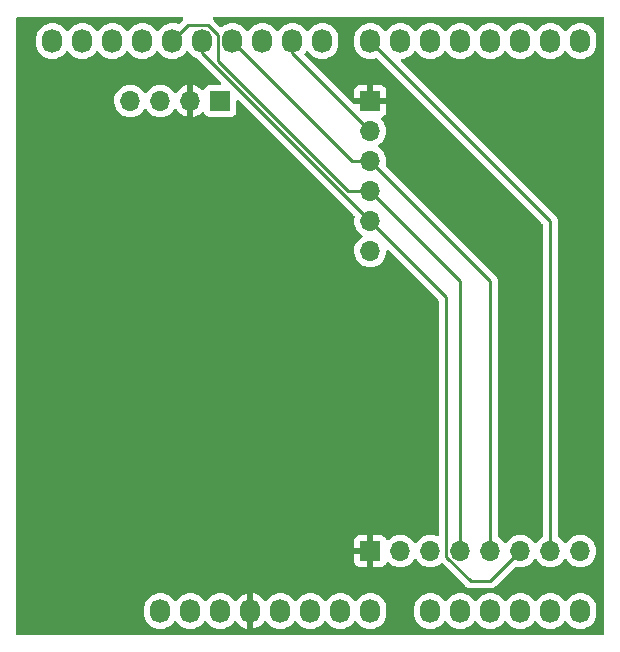
<source format=gbr>
%TF.GenerationSoftware,KiCad,Pcbnew,(6.0.1)*%
%TF.CreationDate,2022-03-15T17:59:04+02:00*%
%TF.ProjectId,YAWS,59415753-2e6b-4696-9361-645f70636258,rev?*%
%TF.SameCoordinates,Original*%
%TF.FileFunction,Copper,L2,Bot*%
%TF.FilePolarity,Positive*%
%FSLAX46Y46*%
G04 Gerber Fmt 4.6, Leading zero omitted, Abs format (unit mm)*
G04 Created by KiCad (PCBNEW (6.0.1)) date 2022-03-15 17:59:04*
%MOMM*%
%LPD*%
G01*
G04 APERTURE LIST*
%TA.AperFunction,ComponentPad*%
%ADD10O,1.727200X2.032000*%
%TD*%
%TA.AperFunction,ComponentPad*%
%ADD11R,1.700000X1.700000*%
%TD*%
%TA.AperFunction,ComponentPad*%
%ADD12O,1.700000X1.700000*%
%TD*%
%TA.AperFunction,Conductor*%
%ADD13C,0.250000*%
%TD*%
G04 APERTURE END LIST*
D10*
%TO.P,P1,1,Pin_1*%
%TO.N,unconnected-(P1-Pad1)*%
X138938000Y-123825000D03*
%TO.P,P1,2,Pin_2*%
%TO.N,/IOREF*%
X141478000Y-123825000D03*
%TO.P,P1,3,Pin_3*%
%TO.N,/Reset*%
X144018000Y-123825000D03*
%TO.P,P1,4,Pin_4*%
%TO.N,+3V3*%
X146558000Y-123825000D03*
%TO.P,P1,5,Pin_5*%
%TO.N,+5V*%
X149098000Y-123825000D03*
%TO.P,P1,6,Pin_6*%
%TO.N,GND*%
X151638000Y-123825000D03*
%TO.P,P1,7,Pin_7*%
X154178000Y-123825000D03*
%TO.P,P1,8,Pin_8*%
%TO.N,/Vin*%
X156718000Y-123825000D03*
%TD*%
%TO.P,P2,1,Pin_1*%
%TO.N,/A0*%
X161798000Y-123825000D03*
%TO.P,P2,2,Pin_2*%
%TO.N,/A1*%
X164338000Y-123825000D03*
%TO.P,P2,3,Pin_3*%
%TO.N,/A2*%
X166878000Y-123825000D03*
%TO.P,P2,4,Pin_4*%
%TO.N,/A3*%
X169418000Y-123825000D03*
%TO.P,P2,5,Pin_5*%
%TO.N,unconnected-(P2-Pad5)*%
X171958000Y-123825000D03*
%TO.P,P2,6,Pin_6*%
%TO.N,unconnected-(P2-Pad6)*%
X174498000Y-123825000D03*
%TD*%
%TO.P,P3,1,Pin_1*%
%TO.N,SCL*%
X129794000Y-75565000D03*
%TO.P,P3,2,Pin_2*%
%TO.N,SDA*%
X132334000Y-75565000D03*
%TO.P,P3,3,Pin_3*%
%TO.N,/AREF*%
X134874000Y-75565000D03*
%TO.P,P3,4,Pin_4*%
%TO.N,GND*%
X137414000Y-75565000D03*
%TO.P,P3,5,Pin_5*%
%TO.N,SCK*%
X139954000Y-75565000D03*
%TO.P,P3,6,Pin_6*%
%TO.N,MISO*%
X142494000Y-75565000D03*
%TO.P,P3,7,Pin_7*%
%TO.N,MOSI*%
X145034000Y-75565000D03*
%TO.P,P3,8,Pin_8*%
%TO.N,CS1*%
X147574000Y-75565000D03*
%TO.P,P3,9,Pin_9*%
%TO.N,CS2*%
X150114000Y-75565000D03*
%TO.P,P3,10,Pin_10*%
%TO.N,/8*%
X152654000Y-75565000D03*
%TD*%
%TO.P,P4,1,Pin_1*%
%TO.N,NRF_IRQ*%
X156718000Y-75565000D03*
%TO.P,P4,2,Pin_2*%
%TO.N,NRF_CE*%
X159258000Y-75565000D03*
%TO.P,P4,3,Pin_3*%
%TO.N,/5(\u002A\u002A)*%
X161798000Y-75565000D03*
%TO.P,P4,4,Pin_4*%
%TO.N,/4*%
X164338000Y-75565000D03*
%TO.P,P4,5,Pin_5*%
%TO.N,/3(\u002A\u002A)*%
X166878000Y-75565000D03*
%TO.P,P4,6,Pin_6*%
%TO.N,/2*%
X169418000Y-75565000D03*
%TO.P,P4,7,Pin_7*%
%TO.N,/1(Tx)*%
X171958000Y-75565000D03*
%TO.P,P4,8,Pin_8*%
%TO.N,/0(Rx)*%
X174498000Y-75565000D03*
%TD*%
D11*
%TO.P,U1,1,GND*%
%TO.N,GND*%
X144018000Y-80645000D03*
D12*
%TO.P,U1,2,3.3V*%
%TO.N,+3V3*%
X141478000Y-80645000D03*
%TO.P,U1,3,SDA*%
%TO.N,SDA*%
X138938000Y-80645000D03*
%TO.P,U1,4,SCL*%
%TO.N,SCL*%
X136398000Y-80645000D03*
%TD*%
D11*
%TO.P,J1,1,Pin_1*%
%TO.N,+3V3*%
X156718000Y-80645000D03*
D12*
%TO.P,J1,2,Pin_2*%
%TO.N,CS2*%
X156718000Y-83185000D03*
%TO.P,J1,3,Pin_3*%
%TO.N,MOSI*%
X156718000Y-85725000D03*
%TO.P,J1,4,Pin_4*%
%TO.N,SCK*%
X156718000Y-88265000D03*
%TO.P,J1,5,Pin_5*%
%TO.N,MISO*%
X156718000Y-90805000D03*
%TO.P,J1,6,Pin_6*%
%TO.N,GND*%
X156718000Y-93345000D03*
%TD*%
D11*
%TO.P,U2,1,VCC*%
%TO.N,+3V3*%
X156718000Y-118745000D03*
D12*
%TO.P,U2,2,CE*%
%TO.N,NRF_CE*%
X159258000Y-118745000D03*
%TO.P,U2,3,~{CS}*%
%TO.N,CS1*%
X161798000Y-118745000D03*
%TO.P,U2,4,SCK*%
%TO.N,SCK*%
X164338000Y-118745000D03*
%TO.P,U2,5,MOSI*%
%TO.N,MOSI*%
X166878000Y-118745000D03*
%TO.P,U2,6,MISO*%
%TO.N,MISO*%
X169418000Y-118745000D03*
%TO.P,U2,7,IRQ*%
%TO.N,NRF_IRQ*%
X171958000Y-118745000D03*
%TO.P,U2,8,GND*%
%TO.N,GND*%
X174498000Y-118745000D03*
%TD*%
D13*
%TO.N,CS2*%
X150114000Y-75565000D02*
X150114000Y-76581000D01*
X150114000Y-76581000D02*
X156718000Y-83185000D01*
%TO.N,MOSI*%
X156718000Y-85725000D02*
X166878000Y-95885000D01*
X155194000Y-85725000D02*
X156718000Y-85725000D01*
X145034000Y-75565000D02*
X155194000Y-85725000D01*
X166878000Y-95885000D02*
X166878000Y-118745000D01*
%TO.N,SCK*%
X143845880Y-77297162D02*
X154813718Y-88265000D01*
X154813718Y-88265000D02*
X156718000Y-88265000D01*
X156718000Y-88265000D02*
X164338000Y-95885000D01*
X164338000Y-95885000D02*
X164338000Y-118745000D01*
X142986135Y-74224480D02*
X143845880Y-75084225D01*
X139954000Y-75565000D02*
X141294520Y-74224480D01*
X141294520Y-74224480D02*
X142986135Y-74224480D01*
X143845880Y-75084225D02*
X143845880Y-77297162D01*
%TO.N,MISO*%
X165216990Y-121285000D02*
X166878000Y-121285000D01*
X142494000Y-76581000D02*
X156718000Y-90805000D01*
X166878000Y-121285000D02*
X169418000Y-118745000D01*
X163163489Y-97250489D02*
X163163489Y-119231499D01*
X163163489Y-119231499D02*
X165216990Y-121285000D01*
X142494000Y-75565000D02*
X142494000Y-76581000D01*
X156718000Y-90805000D02*
X163163489Y-97250489D01*
%TO.N,NRF_IRQ*%
X171958000Y-118745000D02*
X171958000Y-90805000D01*
X171958000Y-90805000D02*
X156718000Y-75565000D01*
%TD*%
%TA.AperFunction,Conductor*%
%TO.N,+3V3*%
G36*
X140849420Y-73553002D02*
G01*
X140895913Y-73606658D01*
X140906017Y-73676932D01*
X140876523Y-73741512D01*
X140867549Y-73750852D01*
X140863823Y-73754351D01*
X140857413Y-73759008D01*
X140852365Y-73765110D01*
X140829222Y-73793085D01*
X140821232Y-73801864D01*
X140536793Y-74086303D01*
X140474481Y-74120329D01*
X140410337Y-74117541D01*
X140249704Y-74067663D01*
X140125340Y-74051180D01*
X140024152Y-74037768D01*
X140024148Y-74037768D01*
X140018868Y-74037068D01*
X140013538Y-74037268D01*
X140013537Y-74037268D01*
X139902523Y-74041436D01*
X139786178Y-74045803D01*
X139703474Y-74063156D01*
X139563514Y-74092523D01*
X139563511Y-74092524D01*
X139558287Y-74093620D01*
X139341710Y-74179150D01*
X139142641Y-74299949D01*
X139138611Y-74303446D01*
X139000688Y-74423129D01*
X138966770Y-74452561D01*
X138963387Y-74456687D01*
X138963383Y-74456691D01*
X138890262Y-74545869D01*
X138819128Y-74632624D01*
X138816489Y-74637260D01*
X138816487Y-74637263D01*
X138793155Y-74678252D01*
X138742073Y-74727558D01*
X138672442Y-74741420D01*
X138606371Y-74715437D01*
X138579133Y-74686287D01*
X138490176Y-74554155D01*
X138487196Y-74549728D01*
X138326468Y-74381242D01*
X138139650Y-74242246D01*
X138015549Y-74179150D01*
X137936842Y-74139133D01*
X137936841Y-74139133D01*
X137932084Y-74136714D01*
X137793299Y-74093620D01*
X137714807Y-74069247D01*
X137714801Y-74069246D01*
X137709704Y-74067663D01*
X137585340Y-74051180D01*
X137484152Y-74037768D01*
X137484148Y-74037768D01*
X137478868Y-74037068D01*
X137473538Y-74037268D01*
X137473537Y-74037268D01*
X137362523Y-74041436D01*
X137246178Y-74045803D01*
X137163474Y-74063156D01*
X137023514Y-74092523D01*
X137023511Y-74092524D01*
X137018287Y-74093620D01*
X136801710Y-74179150D01*
X136602641Y-74299949D01*
X136598611Y-74303446D01*
X136460688Y-74423129D01*
X136426770Y-74452561D01*
X136423387Y-74456687D01*
X136423383Y-74456691D01*
X136350262Y-74545869D01*
X136279128Y-74632624D01*
X136276489Y-74637260D01*
X136276487Y-74637263D01*
X136253155Y-74678252D01*
X136202073Y-74727558D01*
X136132442Y-74741420D01*
X136066371Y-74715437D01*
X136039133Y-74686287D01*
X135950176Y-74554155D01*
X135947196Y-74549728D01*
X135786468Y-74381242D01*
X135599650Y-74242246D01*
X135475549Y-74179150D01*
X135396842Y-74139133D01*
X135396841Y-74139133D01*
X135392084Y-74136714D01*
X135253299Y-74093620D01*
X135174807Y-74069247D01*
X135174801Y-74069246D01*
X135169704Y-74067663D01*
X135045340Y-74051180D01*
X134944152Y-74037768D01*
X134944148Y-74037768D01*
X134938868Y-74037068D01*
X134933538Y-74037268D01*
X134933537Y-74037268D01*
X134822523Y-74041436D01*
X134706178Y-74045803D01*
X134623474Y-74063156D01*
X134483514Y-74092523D01*
X134483511Y-74092524D01*
X134478287Y-74093620D01*
X134261710Y-74179150D01*
X134062641Y-74299949D01*
X134058611Y-74303446D01*
X133920688Y-74423129D01*
X133886770Y-74452561D01*
X133883387Y-74456687D01*
X133883383Y-74456691D01*
X133810262Y-74545869D01*
X133739128Y-74632624D01*
X133736489Y-74637260D01*
X133736487Y-74637263D01*
X133713155Y-74678252D01*
X133662073Y-74727558D01*
X133592442Y-74741420D01*
X133526371Y-74715437D01*
X133499133Y-74686287D01*
X133410176Y-74554155D01*
X133407196Y-74549728D01*
X133246468Y-74381242D01*
X133059650Y-74242246D01*
X132935549Y-74179150D01*
X132856842Y-74139133D01*
X132856841Y-74139133D01*
X132852084Y-74136714D01*
X132713299Y-74093620D01*
X132634807Y-74069247D01*
X132634801Y-74069246D01*
X132629704Y-74067663D01*
X132505340Y-74051180D01*
X132404152Y-74037768D01*
X132404148Y-74037768D01*
X132398868Y-74037068D01*
X132393538Y-74037268D01*
X132393537Y-74037268D01*
X132282523Y-74041436D01*
X132166178Y-74045803D01*
X132083474Y-74063156D01*
X131943514Y-74092523D01*
X131943511Y-74092524D01*
X131938287Y-74093620D01*
X131721710Y-74179150D01*
X131522641Y-74299949D01*
X131518611Y-74303446D01*
X131380688Y-74423129D01*
X131346770Y-74452561D01*
X131343387Y-74456687D01*
X131343383Y-74456691D01*
X131270262Y-74545869D01*
X131199128Y-74632624D01*
X131196489Y-74637260D01*
X131196487Y-74637263D01*
X131173155Y-74678252D01*
X131122073Y-74727558D01*
X131052442Y-74741420D01*
X130986371Y-74715437D01*
X130959133Y-74686287D01*
X130870176Y-74554155D01*
X130867196Y-74549728D01*
X130706468Y-74381242D01*
X130519650Y-74242246D01*
X130395549Y-74179150D01*
X130316842Y-74139133D01*
X130316841Y-74139133D01*
X130312084Y-74136714D01*
X130173299Y-74093620D01*
X130094807Y-74069247D01*
X130094801Y-74069246D01*
X130089704Y-74067663D01*
X129965340Y-74051180D01*
X129864152Y-74037768D01*
X129864148Y-74037768D01*
X129858868Y-74037068D01*
X129853538Y-74037268D01*
X129853537Y-74037268D01*
X129742523Y-74041436D01*
X129626178Y-74045803D01*
X129543474Y-74063156D01*
X129403514Y-74092523D01*
X129403511Y-74092524D01*
X129398287Y-74093620D01*
X129181710Y-74179150D01*
X128982641Y-74299949D01*
X128978611Y-74303446D01*
X128840688Y-74423129D01*
X128806770Y-74452561D01*
X128803387Y-74456687D01*
X128803383Y-74456691D01*
X128730262Y-74545869D01*
X128659128Y-74632624D01*
X128656489Y-74637260D01*
X128656487Y-74637263D01*
X128593589Y-74747760D01*
X128543935Y-74834989D01*
X128542114Y-74840005D01*
X128542112Y-74840010D01*
X128500302Y-74955194D01*
X128464485Y-75053869D01*
X128423050Y-75283007D01*
X128421900Y-75307394D01*
X128421900Y-75775868D01*
X128436626Y-75949420D01*
X128437964Y-75954577D01*
X128437965Y-75954580D01*
X128470816Y-76081146D01*
X128495125Y-76174806D01*
X128590762Y-76387113D01*
X128720804Y-76580272D01*
X128724483Y-76584129D01*
X128724485Y-76584131D01*
X128809557Y-76673309D01*
X128881532Y-76748758D01*
X129068350Y-76887754D01*
X129073102Y-76890170D01*
X129260577Y-76985487D01*
X129275916Y-76993286D01*
X129363205Y-77020390D01*
X129493193Y-77060753D01*
X129493199Y-77060754D01*
X129498296Y-77062337D01*
X129594290Y-77075060D01*
X129723848Y-77092232D01*
X129723852Y-77092232D01*
X129729132Y-77092932D01*
X129734462Y-77092732D01*
X129734463Y-77092732D01*
X129845477Y-77088564D01*
X129961822Y-77084197D01*
X130073554Y-77060753D01*
X130184486Y-77037477D01*
X130184489Y-77037476D01*
X130189713Y-77036380D01*
X130406290Y-76950850D01*
X130605359Y-76830051D01*
X130703492Y-76744896D01*
X130777197Y-76680939D01*
X130777199Y-76680937D01*
X130781230Y-76677439D01*
X130784613Y-76673313D01*
X130784617Y-76673309D01*
X130925487Y-76501504D01*
X130928872Y-76497376D01*
X130954845Y-76451748D01*
X131005927Y-76402442D01*
X131075558Y-76388580D01*
X131141629Y-76414563D01*
X131168867Y-76443713D01*
X131260804Y-76580272D01*
X131264483Y-76584129D01*
X131264485Y-76584131D01*
X131349557Y-76673309D01*
X131421532Y-76748758D01*
X131608350Y-76887754D01*
X131613102Y-76890170D01*
X131800577Y-76985487D01*
X131815916Y-76993286D01*
X131903205Y-77020390D01*
X132033193Y-77060753D01*
X132033199Y-77060754D01*
X132038296Y-77062337D01*
X132134290Y-77075060D01*
X132263848Y-77092232D01*
X132263852Y-77092232D01*
X132269132Y-77092932D01*
X132274462Y-77092732D01*
X132274463Y-77092732D01*
X132385477Y-77088564D01*
X132501822Y-77084197D01*
X132613554Y-77060753D01*
X132724486Y-77037477D01*
X132724489Y-77037476D01*
X132729713Y-77036380D01*
X132946290Y-76950850D01*
X133145359Y-76830051D01*
X133243492Y-76744896D01*
X133317197Y-76680939D01*
X133317199Y-76680937D01*
X133321230Y-76677439D01*
X133324613Y-76673313D01*
X133324617Y-76673309D01*
X133465487Y-76501504D01*
X133468872Y-76497376D01*
X133494845Y-76451748D01*
X133545927Y-76402442D01*
X133615558Y-76388580D01*
X133681629Y-76414563D01*
X133708867Y-76443713D01*
X133800804Y-76580272D01*
X133804483Y-76584129D01*
X133804485Y-76584131D01*
X133889557Y-76673309D01*
X133961532Y-76748758D01*
X134148350Y-76887754D01*
X134153102Y-76890170D01*
X134340577Y-76985487D01*
X134355916Y-76993286D01*
X134443205Y-77020390D01*
X134573193Y-77060753D01*
X134573199Y-77060754D01*
X134578296Y-77062337D01*
X134674290Y-77075060D01*
X134803848Y-77092232D01*
X134803852Y-77092232D01*
X134809132Y-77092932D01*
X134814462Y-77092732D01*
X134814463Y-77092732D01*
X134925477Y-77088564D01*
X135041822Y-77084197D01*
X135153554Y-77060753D01*
X135264486Y-77037477D01*
X135264489Y-77037476D01*
X135269713Y-77036380D01*
X135486290Y-76950850D01*
X135685359Y-76830051D01*
X135783492Y-76744896D01*
X135857197Y-76680939D01*
X135857199Y-76680937D01*
X135861230Y-76677439D01*
X135864613Y-76673313D01*
X135864617Y-76673309D01*
X136005487Y-76501504D01*
X136008872Y-76497376D01*
X136034845Y-76451748D01*
X136085927Y-76402442D01*
X136155558Y-76388580D01*
X136221629Y-76414563D01*
X136248867Y-76443713D01*
X136340804Y-76580272D01*
X136344483Y-76584129D01*
X136344485Y-76584131D01*
X136429557Y-76673309D01*
X136501532Y-76748758D01*
X136688350Y-76887754D01*
X136693102Y-76890170D01*
X136880577Y-76985487D01*
X136895916Y-76993286D01*
X136983205Y-77020390D01*
X137113193Y-77060753D01*
X137113199Y-77060754D01*
X137118296Y-77062337D01*
X137214290Y-77075060D01*
X137343848Y-77092232D01*
X137343852Y-77092232D01*
X137349132Y-77092932D01*
X137354462Y-77092732D01*
X137354463Y-77092732D01*
X137465477Y-77088564D01*
X137581822Y-77084197D01*
X137693554Y-77060753D01*
X137804486Y-77037477D01*
X137804489Y-77037476D01*
X137809713Y-77036380D01*
X138026290Y-76950850D01*
X138225359Y-76830051D01*
X138323492Y-76744896D01*
X138397197Y-76680939D01*
X138397199Y-76680937D01*
X138401230Y-76677439D01*
X138404613Y-76673313D01*
X138404617Y-76673309D01*
X138545487Y-76501504D01*
X138548872Y-76497376D01*
X138574845Y-76451748D01*
X138625927Y-76402442D01*
X138695558Y-76388580D01*
X138761629Y-76414563D01*
X138788867Y-76443713D01*
X138880804Y-76580272D01*
X138884483Y-76584129D01*
X138884485Y-76584131D01*
X138969557Y-76673309D01*
X139041532Y-76748758D01*
X139228350Y-76887754D01*
X139233102Y-76890170D01*
X139420577Y-76985487D01*
X139435916Y-76993286D01*
X139523205Y-77020390D01*
X139653193Y-77060753D01*
X139653199Y-77060754D01*
X139658296Y-77062337D01*
X139754290Y-77075060D01*
X139883848Y-77092232D01*
X139883852Y-77092232D01*
X139889132Y-77092932D01*
X139894462Y-77092732D01*
X139894463Y-77092732D01*
X140005477Y-77088564D01*
X140121822Y-77084197D01*
X140233554Y-77060753D01*
X140344486Y-77037477D01*
X140344489Y-77037476D01*
X140349713Y-77036380D01*
X140566290Y-76950850D01*
X140765359Y-76830051D01*
X140863492Y-76744896D01*
X140937197Y-76680939D01*
X140937199Y-76680937D01*
X140941230Y-76677439D01*
X140944613Y-76673313D01*
X140944617Y-76673309D01*
X141085487Y-76501504D01*
X141088872Y-76497376D01*
X141114845Y-76451748D01*
X141165927Y-76402442D01*
X141235558Y-76388580D01*
X141301629Y-76414563D01*
X141328867Y-76443713D01*
X141420804Y-76580272D01*
X141424483Y-76584129D01*
X141424485Y-76584131D01*
X141509557Y-76673309D01*
X141581532Y-76748758D01*
X141768350Y-76887754D01*
X141975916Y-76993286D01*
X141981010Y-76994868D01*
X141981013Y-76994869D01*
X141988340Y-76997144D01*
X142031285Y-77020390D01*
X142062603Y-77046298D01*
X142071384Y-77054288D01*
X144088501Y-79071405D01*
X144122527Y-79133717D01*
X144117462Y-79204532D01*
X144074915Y-79261368D01*
X144008395Y-79286179D01*
X143999406Y-79286500D01*
X143119866Y-79286500D01*
X143057684Y-79293255D01*
X142921295Y-79344385D01*
X142804739Y-79431739D01*
X142717385Y-79548295D01*
X142714233Y-79556704D01*
X142714232Y-79556705D01*
X142672722Y-79667433D01*
X142630081Y-79724198D01*
X142563519Y-79748898D01*
X142494170Y-79733691D01*
X142461546Y-79708004D01*
X142410799Y-79652234D01*
X142403273Y-79645215D01*
X142236139Y-79513222D01*
X142227552Y-79507517D01*
X142041117Y-79404599D01*
X142031705Y-79400369D01*
X141830959Y-79329280D01*
X141820988Y-79326646D01*
X141749837Y-79313972D01*
X141736540Y-79315432D01*
X141732000Y-79329989D01*
X141732000Y-81963517D01*
X141736064Y-81977359D01*
X141749478Y-81979393D01*
X141756184Y-81978534D01*
X141766262Y-81976392D01*
X141970255Y-81915191D01*
X141979842Y-81911433D01*
X142171095Y-81817739D01*
X142179945Y-81812464D01*
X142353328Y-81688792D01*
X142361193Y-81682145D01*
X142465897Y-81577805D01*
X142528268Y-81543889D01*
X142599075Y-81549077D01*
X142655837Y-81591723D01*
X142672819Y-81622826D01*
X142717385Y-81741705D01*
X142804739Y-81858261D01*
X142921295Y-81945615D01*
X143057684Y-81996745D01*
X143119866Y-82003500D01*
X144916134Y-82003500D01*
X144978316Y-81996745D01*
X145114705Y-81945615D01*
X145231261Y-81858261D01*
X145318615Y-81741705D01*
X145369745Y-81605316D01*
X145376500Y-81543134D01*
X145376500Y-80663594D01*
X145396502Y-80595473D01*
X145450158Y-80548980D01*
X145520432Y-80538876D01*
X145585012Y-80568370D01*
X145591595Y-80574499D01*
X155367778Y-90350682D01*
X155401804Y-90412994D01*
X155400100Y-90473448D01*
X155378989Y-90549570D01*
X155378441Y-90554700D01*
X155378440Y-90554704D01*
X155374255Y-90593865D01*
X155355251Y-90771695D01*
X155355548Y-90776848D01*
X155355548Y-90776851D01*
X155361011Y-90871590D01*
X155368110Y-90994715D01*
X155369247Y-90999761D01*
X155369248Y-90999767D01*
X155376174Y-91030499D01*
X155417222Y-91212639D01*
X155501266Y-91419616D01*
X155617987Y-91610088D01*
X155764250Y-91778938D01*
X155936126Y-91921632D01*
X156006595Y-91962811D01*
X156009445Y-91964476D01*
X156058169Y-92016114D01*
X156071240Y-92085897D01*
X156044509Y-92151669D01*
X156004055Y-92185027D01*
X155991607Y-92191507D01*
X155987474Y-92194610D01*
X155987471Y-92194612D01*
X155817100Y-92322530D01*
X155812965Y-92325635D01*
X155658629Y-92487138D01*
X155532743Y-92671680D01*
X155438688Y-92874305D01*
X155378989Y-93089570D01*
X155355251Y-93311695D01*
X155355548Y-93316848D01*
X155355548Y-93316851D01*
X155361011Y-93411590D01*
X155368110Y-93534715D01*
X155369247Y-93539761D01*
X155369248Y-93539767D01*
X155389119Y-93627939D01*
X155417222Y-93752639D01*
X155501266Y-93959616D01*
X155617987Y-94150088D01*
X155764250Y-94318938D01*
X155936126Y-94461632D01*
X156129000Y-94574338D01*
X156337692Y-94654030D01*
X156342760Y-94655061D01*
X156342763Y-94655062D01*
X156450017Y-94676883D01*
X156556597Y-94698567D01*
X156561772Y-94698757D01*
X156561774Y-94698757D01*
X156774673Y-94706564D01*
X156774677Y-94706564D01*
X156779837Y-94706753D01*
X156784957Y-94706097D01*
X156784959Y-94706097D01*
X156996288Y-94679025D01*
X156996289Y-94679025D01*
X157001416Y-94678368D01*
X157006366Y-94676883D01*
X157210429Y-94615661D01*
X157210434Y-94615659D01*
X157215384Y-94614174D01*
X157415994Y-94515896D01*
X157597860Y-94386173D01*
X157756096Y-94228489D01*
X157815594Y-94145689D01*
X157883435Y-94051277D01*
X157886453Y-94047077D01*
X157985430Y-93846811D01*
X158050370Y-93633069D01*
X158079529Y-93411590D01*
X158080676Y-93364654D01*
X158102336Y-93297042D01*
X158157111Y-93251874D01*
X158227611Y-93243490D01*
X158295733Y-93278637D01*
X162493084Y-97475989D01*
X162527110Y-97538301D01*
X162529989Y-97565084D01*
X162529989Y-117385175D01*
X162509987Y-117453296D01*
X162456331Y-117499789D01*
X162386057Y-117509893D01*
X162356867Y-117501417D01*
X162356789Y-117501638D01*
X162352964Y-117500283D01*
X162352956Y-117500281D01*
X162326034Y-117490747D01*
X162151087Y-117428795D01*
X162151083Y-117428794D01*
X162146212Y-117427069D01*
X162141119Y-117426162D01*
X162141116Y-117426161D01*
X161931373Y-117388800D01*
X161931367Y-117388799D01*
X161926284Y-117387894D01*
X161852452Y-117386992D01*
X161708081Y-117385228D01*
X161708079Y-117385228D01*
X161702911Y-117385165D01*
X161482091Y-117418955D01*
X161269756Y-117488357D01*
X161239443Y-117504137D01*
X161095975Y-117578822D01*
X161071607Y-117591507D01*
X161067474Y-117594610D01*
X161067471Y-117594612D01*
X160984450Y-117656946D01*
X160892965Y-117725635D01*
X160738629Y-117887138D01*
X160631201Y-118044621D01*
X160576293Y-118089621D01*
X160505768Y-118097792D01*
X160442021Y-118066538D01*
X160421324Y-118042054D01*
X160340822Y-117917617D01*
X160340820Y-117917614D01*
X160338014Y-117913277D01*
X160187670Y-117748051D01*
X160183619Y-117744852D01*
X160183615Y-117744848D01*
X160016414Y-117612800D01*
X160016410Y-117612798D01*
X160012359Y-117609598D01*
X160007831Y-117607098D01*
X159891988Y-117543150D01*
X159816789Y-117501638D01*
X159811920Y-117499914D01*
X159811916Y-117499912D01*
X159611087Y-117428795D01*
X159611083Y-117428794D01*
X159606212Y-117427069D01*
X159601119Y-117426162D01*
X159601116Y-117426161D01*
X159391373Y-117388800D01*
X159391367Y-117388799D01*
X159386284Y-117387894D01*
X159312452Y-117386992D01*
X159168081Y-117385228D01*
X159168079Y-117385228D01*
X159162911Y-117385165D01*
X158942091Y-117418955D01*
X158729756Y-117488357D01*
X158699443Y-117504137D01*
X158555975Y-117578822D01*
X158531607Y-117591507D01*
X158527474Y-117594610D01*
X158527471Y-117594612D01*
X158444450Y-117656946D01*
X158352965Y-117725635D01*
X158349393Y-117729373D01*
X158271898Y-117810466D01*
X158210374Y-117845895D01*
X158139462Y-117842438D01*
X158081676Y-117801192D01*
X158062823Y-117767644D01*
X158021324Y-117656946D01*
X158012786Y-117641351D01*
X157936285Y-117539276D01*
X157923724Y-117526715D01*
X157821649Y-117450214D01*
X157806054Y-117441676D01*
X157685606Y-117396522D01*
X157670351Y-117392895D01*
X157619486Y-117387369D01*
X157612672Y-117387000D01*
X156990115Y-117387000D01*
X156974876Y-117391475D01*
X156973671Y-117392865D01*
X156972000Y-117400548D01*
X156972000Y-120084884D01*
X156976475Y-120100123D01*
X156977865Y-120101328D01*
X156985548Y-120102999D01*
X157612669Y-120102999D01*
X157619490Y-120102629D01*
X157670352Y-120097105D01*
X157685604Y-120093479D01*
X157806054Y-120048324D01*
X157821649Y-120039786D01*
X157923724Y-119963285D01*
X157936285Y-119950724D01*
X158012786Y-119848649D01*
X158021324Y-119833054D01*
X158062225Y-119723952D01*
X158104867Y-119667188D01*
X158171428Y-119642488D01*
X158240777Y-119657696D01*
X158275444Y-119685684D01*
X158300865Y-119715031D01*
X158300869Y-119715035D01*
X158304250Y-119718938D01*
X158476126Y-119861632D01*
X158669000Y-119974338D01*
X158877692Y-120054030D01*
X158882760Y-120055061D01*
X158882763Y-120055062D01*
X158977523Y-120074341D01*
X159096597Y-120098567D01*
X159101772Y-120098757D01*
X159101774Y-120098757D01*
X159314673Y-120106564D01*
X159314677Y-120106564D01*
X159319837Y-120106753D01*
X159324957Y-120106097D01*
X159324959Y-120106097D01*
X159536288Y-120079025D01*
X159536289Y-120079025D01*
X159541416Y-120078368D01*
X159580434Y-120066662D01*
X159750429Y-120015661D01*
X159750434Y-120015659D01*
X159755384Y-120014174D01*
X159955994Y-119915896D01*
X160137860Y-119786173D01*
X160296096Y-119628489D01*
X160426453Y-119447077D01*
X160427776Y-119448028D01*
X160474645Y-119404857D01*
X160544580Y-119392625D01*
X160610026Y-119420144D01*
X160637875Y-119451994D01*
X160697987Y-119550088D01*
X160844250Y-119718938D01*
X161016126Y-119861632D01*
X161209000Y-119974338D01*
X161417692Y-120054030D01*
X161422760Y-120055061D01*
X161422763Y-120055062D01*
X161517523Y-120074341D01*
X161636597Y-120098567D01*
X161641772Y-120098757D01*
X161641774Y-120098757D01*
X161854673Y-120106564D01*
X161854677Y-120106564D01*
X161859837Y-120106753D01*
X161864957Y-120106097D01*
X161864959Y-120106097D01*
X162076288Y-120079025D01*
X162076289Y-120079025D01*
X162081416Y-120078368D01*
X162120434Y-120066662D01*
X162290429Y-120015661D01*
X162290434Y-120015659D01*
X162295384Y-120014174D01*
X162495994Y-119915896D01*
X162675303Y-119787997D01*
X162742376Y-119764723D01*
X162811385Y-119781407D01*
X162837566Y-119801481D01*
X164713338Y-121677253D01*
X164720878Y-121685539D01*
X164724990Y-121692018D01*
X164730767Y-121697443D01*
X164774641Y-121738643D01*
X164777483Y-121741398D01*
X164797220Y-121761135D01*
X164800417Y-121763615D01*
X164809437Y-121771318D01*
X164841669Y-121801586D01*
X164848615Y-121805405D01*
X164848618Y-121805407D01*
X164859424Y-121811348D01*
X164875943Y-121822199D01*
X164891949Y-121834614D01*
X164899218Y-121837759D01*
X164899222Y-121837762D01*
X164932527Y-121852174D01*
X164943177Y-121857391D01*
X164981930Y-121878695D01*
X164989605Y-121880666D01*
X164989606Y-121880666D01*
X165001552Y-121883733D01*
X165020257Y-121890137D01*
X165038845Y-121898181D01*
X165046668Y-121899420D01*
X165046678Y-121899423D01*
X165082514Y-121905099D01*
X165094134Y-121907505D01*
X165125949Y-121915673D01*
X165136960Y-121918500D01*
X165157214Y-121918500D01*
X165176924Y-121920051D01*
X165196933Y-121923220D01*
X165204825Y-121922474D01*
X165223570Y-121920702D01*
X165240952Y-121919059D01*
X165252809Y-121918500D01*
X166799233Y-121918500D01*
X166810416Y-121919027D01*
X166817909Y-121920702D01*
X166825835Y-121920453D01*
X166825836Y-121920453D01*
X166885986Y-121918562D01*
X166889945Y-121918500D01*
X166917856Y-121918500D01*
X166921791Y-121918003D01*
X166921856Y-121917995D01*
X166933693Y-121917062D01*
X166965951Y-121916048D01*
X166969970Y-121915922D01*
X166977889Y-121915673D01*
X166997343Y-121910021D01*
X167016700Y-121906013D01*
X167028930Y-121904468D01*
X167028931Y-121904468D01*
X167036797Y-121903474D01*
X167044168Y-121900555D01*
X167044170Y-121900555D01*
X167077912Y-121887196D01*
X167089142Y-121883351D01*
X167123983Y-121873229D01*
X167123984Y-121873229D01*
X167131593Y-121871018D01*
X167138412Y-121866985D01*
X167138417Y-121866983D01*
X167149028Y-121860707D01*
X167166776Y-121852012D01*
X167185617Y-121844552D01*
X167221387Y-121818564D01*
X167231307Y-121812048D01*
X167262535Y-121793580D01*
X167262538Y-121793578D01*
X167269362Y-121789542D01*
X167283683Y-121775221D01*
X167298717Y-121762380D01*
X167308694Y-121755131D01*
X167315107Y-121750472D01*
X167343298Y-121716395D01*
X167351288Y-121707616D01*
X168962549Y-120096355D01*
X169024861Y-120062329D01*
X169076762Y-120061979D01*
X169256597Y-120098567D01*
X169261772Y-120098757D01*
X169261774Y-120098757D01*
X169474673Y-120106564D01*
X169474677Y-120106564D01*
X169479837Y-120106753D01*
X169484957Y-120106097D01*
X169484959Y-120106097D01*
X169696288Y-120079025D01*
X169696289Y-120079025D01*
X169701416Y-120078368D01*
X169740434Y-120066662D01*
X169910429Y-120015661D01*
X169910434Y-120015659D01*
X169915384Y-120014174D01*
X170115994Y-119915896D01*
X170297860Y-119786173D01*
X170456096Y-119628489D01*
X170586453Y-119447077D01*
X170587776Y-119448028D01*
X170634645Y-119404857D01*
X170704580Y-119392625D01*
X170770026Y-119420144D01*
X170797875Y-119451994D01*
X170857987Y-119550088D01*
X171004250Y-119718938D01*
X171176126Y-119861632D01*
X171369000Y-119974338D01*
X171577692Y-120054030D01*
X171582760Y-120055061D01*
X171582763Y-120055062D01*
X171677523Y-120074341D01*
X171796597Y-120098567D01*
X171801772Y-120098757D01*
X171801774Y-120098757D01*
X172014673Y-120106564D01*
X172014677Y-120106564D01*
X172019837Y-120106753D01*
X172024957Y-120106097D01*
X172024959Y-120106097D01*
X172236288Y-120079025D01*
X172236289Y-120079025D01*
X172241416Y-120078368D01*
X172280434Y-120066662D01*
X172450429Y-120015661D01*
X172450434Y-120015659D01*
X172455384Y-120014174D01*
X172655994Y-119915896D01*
X172837860Y-119786173D01*
X172996096Y-119628489D01*
X173126453Y-119447077D01*
X173127776Y-119448028D01*
X173174645Y-119404857D01*
X173244580Y-119392625D01*
X173310026Y-119420144D01*
X173337875Y-119451994D01*
X173397987Y-119550088D01*
X173544250Y-119718938D01*
X173716126Y-119861632D01*
X173909000Y-119974338D01*
X174117692Y-120054030D01*
X174122760Y-120055061D01*
X174122763Y-120055062D01*
X174217523Y-120074341D01*
X174336597Y-120098567D01*
X174341772Y-120098757D01*
X174341774Y-120098757D01*
X174554673Y-120106564D01*
X174554677Y-120106564D01*
X174559837Y-120106753D01*
X174564957Y-120106097D01*
X174564959Y-120106097D01*
X174776288Y-120079025D01*
X174776289Y-120079025D01*
X174781416Y-120078368D01*
X174820434Y-120066662D01*
X174990429Y-120015661D01*
X174990434Y-120015659D01*
X174995384Y-120014174D01*
X175195994Y-119915896D01*
X175377860Y-119786173D01*
X175536096Y-119628489D01*
X175666453Y-119447077D01*
X175687320Y-119404857D01*
X175763136Y-119251453D01*
X175763137Y-119251451D01*
X175765430Y-119246811D01*
X175830370Y-119033069D01*
X175859529Y-118811590D01*
X175861156Y-118745000D01*
X175842852Y-118522361D01*
X175788431Y-118305702D01*
X175699354Y-118100840D01*
X175578014Y-117913277D01*
X175427670Y-117748051D01*
X175423619Y-117744852D01*
X175423615Y-117744848D01*
X175256414Y-117612800D01*
X175256410Y-117612798D01*
X175252359Y-117609598D01*
X175247831Y-117607098D01*
X175131988Y-117543150D01*
X175056789Y-117501638D01*
X175051920Y-117499914D01*
X175051916Y-117499912D01*
X174851087Y-117428795D01*
X174851083Y-117428794D01*
X174846212Y-117427069D01*
X174841119Y-117426162D01*
X174841116Y-117426161D01*
X174631373Y-117388800D01*
X174631367Y-117388799D01*
X174626284Y-117387894D01*
X174552452Y-117386992D01*
X174408081Y-117385228D01*
X174408079Y-117385228D01*
X174402911Y-117385165D01*
X174182091Y-117418955D01*
X173969756Y-117488357D01*
X173939443Y-117504137D01*
X173795975Y-117578822D01*
X173771607Y-117591507D01*
X173767474Y-117594610D01*
X173767471Y-117594612D01*
X173684450Y-117656946D01*
X173592965Y-117725635D01*
X173438629Y-117887138D01*
X173331201Y-118044621D01*
X173276293Y-118089621D01*
X173205768Y-118097792D01*
X173142021Y-118066538D01*
X173121324Y-118042054D01*
X173040822Y-117917617D01*
X173040820Y-117917614D01*
X173038014Y-117913277D01*
X172887670Y-117748051D01*
X172883619Y-117744852D01*
X172883615Y-117744848D01*
X172716414Y-117612800D01*
X172716410Y-117612798D01*
X172712359Y-117609598D01*
X172707835Y-117607101D01*
X172707831Y-117607098D01*
X172656608Y-117578822D01*
X172606636Y-117528390D01*
X172591500Y-117468513D01*
X172591500Y-90883768D01*
X172592027Y-90872585D01*
X172593702Y-90865092D01*
X172591562Y-90797001D01*
X172591500Y-90793044D01*
X172591500Y-90765144D01*
X172590996Y-90761153D01*
X172590063Y-90749311D01*
X172588923Y-90713036D01*
X172588674Y-90705111D01*
X172586462Y-90697497D01*
X172586461Y-90697492D01*
X172583023Y-90685659D01*
X172579012Y-90666295D01*
X172577467Y-90654064D01*
X172576474Y-90646203D01*
X172573557Y-90638836D01*
X172573556Y-90638831D01*
X172560198Y-90605092D01*
X172556354Y-90593865D01*
X172546230Y-90559022D01*
X172544018Y-90551407D01*
X172533707Y-90533972D01*
X172525012Y-90516224D01*
X172517552Y-90497383D01*
X172491564Y-90461613D01*
X172485048Y-90451693D01*
X172466580Y-90420465D01*
X172466578Y-90420462D01*
X172462542Y-90413638D01*
X172448221Y-90399317D01*
X172435380Y-90384283D01*
X172428131Y-90374306D01*
X172423472Y-90367893D01*
X172389395Y-90339702D01*
X172380616Y-90331712D01*
X159347380Y-77298476D01*
X159313354Y-77236164D01*
X159318419Y-77165349D01*
X159360966Y-77108513D01*
X159420972Y-77084379D01*
X159425822Y-77084197D01*
X159549491Y-77058248D01*
X159648486Y-77037477D01*
X159648489Y-77037476D01*
X159653713Y-77036380D01*
X159870290Y-76950850D01*
X160069359Y-76830051D01*
X160167492Y-76744896D01*
X160241197Y-76680939D01*
X160241199Y-76680937D01*
X160245230Y-76677439D01*
X160248613Y-76673313D01*
X160248617Y-76673309D01*
X160389487Y-76501504D01*
X160392872Y-76497376D01*
X160418845Y-76451748D01*
X160469927Y-76402442D01*
X160539558Y-76388580D01*
X160605629Y-76414563D01*
X160632867Y-76443713D01*
X160724804Y-76580272D01*
X160728483Y-76584129D01*
X160728485Y-76584131D01*
X160813557Y-76673309D01*
X160885532Y-76748758D01*
X161072350Y-76887754D01*
X161077102Y-76890170D01*
X161264577Y-76985487D01*
X161279916Y-76993286D01*
X161367205Y-77020390D01*
X161497193Y-77060753D01*
X161497199Y-77060754D01*
X161502296Y-77062337D01*
X161598290Y-77075060D01*
X161727848Y-77092232D01*
X161727852Y-77092232D01*
X161733132Y-77092932D01*
X161738462Y-77092732D01*
X161738463Y-77092732D01*
X161849477Y-77088564D01*
X161965822Y-77084197D01*
X162077554Y-77060753D01*
X162188486Y-77037477D01*
X162188489Y-77037476D01*
X162193713Y-77036380D01*
X162410290Y-76950850D01*
X162609359Y-76830051D01*
X162707492Y-76744896D01*
X162781197Y-76680939D01*
X162781199Y-76680937D01*
X162785230Y-76677439D01*
X162788613Y-76673313D01*
X162788617Y-76673309D01*
X162929487Y-76501504D01*
X162932872Y-76497376D01*
X162958845Y-76451748D01*
X163009927Y-76402442D01*
X163079558Y-76388580D01*
X163145629Y-76414563D01*
X163172867Y-76443713D01*
X163264804Y-76580272D01*
X163268483Y-76584129D01*
X163268485Y-76584131D01*
X163353557Y-76673309D01*
X163425532Y-76748758D01*
X163612350Y-76887754D01*
X163617102Y-76890170D01*
X163804577Y-76985487D01*
X163819916Y-76993286D01*
X163907205Y-77020390D01*
X164037193Y-77060753D01*
X164037199Y-77060754D01*
X164042296Y-77062337D01*
X164138290Y-77075060D01*
X164267848Y-77092232D01*
X164267852Y-77092232D01*
X164273132Y-77092932D01*
X164278462Y-77092732D01*
X164278463Y-77092732D01*
X164389477Y-77088564D01*
X164505822Y-77084197D01*
X164617554Y-77060753D01*
X164728486Y-77037477D01*
X164728489Y-77037476D01*
X164733713Y-77036380D01*
X164950290Y-76950850D01*
X165149359Y-76830051D01*
X165247492Y-76744896D01*
X165321197Y-76680939D01*
X165321199Y-76680937D01*
X165325230Y-76677439D01*
X165328613Y-76673313D01*
X165328617Y-76673309D01*
X165469487Y-76501504D01*
X165472872Y-76497376D01*
X165498845Y-76451748D01*
X165549927Y-76402442D01*
X165619558Y-76388580D01*
X165685629Y-76414563D01*
X165712867Y-76443713D01*
X165804804Y-76580272D01*
X165808483Y-76584129D01*
X165808485Y-76584131D01*
X165893557Y-76673309D01*
X165965532Y-76748758D01*
X166152350Y-76887754D01*
X166157102Y-76890170D01*
X166344577Y-76985487D01*
X166359916Y-76993286D01*
X166447205Y-77020390D01*
X166577193Y-77060753D01*
X166577199Y-77060754D01*
X166582296Y-77062337D01*
X166678290Y-77075060D01*
X166807848Y-77092232D01*
X166807852Y-77092232D01*
X166813132Y-77092932D01*
X166818462Y-77092732D01*
X166818463Y-77092732D01*
X166929477Y-77088564D01*
X167045822Y-77084197D01*
X167157554Y-77060753D01*
X167268486Y-77037477D01*
X167268489Y-77037476D01*
X167273713Y-77036380D01*
X167490290Y-76950850D01*
X167689359Y-76830051D01*
X167787492Y-76744896D01*
X167861197Y-76680939D01*
X167861199Y-76680937D01*
X167865230Y-76677439D01*
X167868613Y-76673313D01*
X167868617Y-76673309D01*
X168009487Y-76501504D01*
X168012872Y-76497376D01*
X168038845Y-76451748D01*
X168089927Y-76402442D01*
X168159558Y-76388580D01*
X168225629Y-76414563D01*
X168252867Y-76443713D01*
X168344804Y-76580272D01*
X168348483Y-76584129D01*
X168348485Y-76584131D01*
X168433557Y-76673309D01*
X168505532Y-76748758D01*
X168692350Y-76887754D01*
X168697102Y-76890170D01*
X168884577Y-76985487D01*
X168899916Y-76993286D01*
X168987205Y-77020390D01*
X169117193Y-77060753D01*
X169117199Y-77060754D01*
X169122296Y-77062337D01*
X169218290Y-77075060D01*
X169347848Y-77092232D01*
X169347852Y-77092232D01*
X169353132Y-77092932D01*
X169358462Y-77092732D01*
X169358463Y-77092732D01*
X169469477Y-77088564D01*
X169585822Y-77084197D01*
X169697554Y-77060753D01*
X169808486Y-77037477D01*
X169808489Y-77037476D01*
X169813713Y-77036380D01*
X170030290Y-76950850D01*
X170229359Y-76830051D01*
X170327492Y-76744896D01*
X170401197Y-76680939D01*
X170401199Y-76680937D01*
X170405230Y-76677439D01*
X170408613Y-76673313D01*
X170408617Y-76673309D01*
X170549487Y-76501504D01*
X170552872Y-76497376D01*
X170578845Y-76451748D01*
X170629927Y-76402442D01*
X170699558Y-76388580D01*
X170765629Y-76414563D01*
X170792867Y-76443713D01*
X170884804Y-76580272D01*
X170888483Y-76584129D01*
X170888485Y-76584131D01*
X170973557Y-76673309D01*
X171045532Y-76748758D01*
X171232350Y-76887754D01*
X171237102Y-76890170D01*
X171424577Y-76985487D01*
X171439916Y-76993286D01*
X171527205Y-77020390D01*
X171657193Y-77060753D01*
X171657199Y-77060754D01*
X171662296Y-77062337D01*
X171758290Y-77075060D01*
X171887848Y-77092232D01*
X171887852Y-77092232D01*
X171893132Y-77092932D01*
X171898462Y-77092732D01*
X171898463Y-77092732D01*
X172009477Y-77088564D01*
X172125822Y-77084197D01*
X172237554Y-77060753D01*
X172348486Y-77037477D01*
X172348489Y-77037476D01*
X172353713Y-77036380D01*
X172570290Y-76950850D01*
X172769359Y-76830051D01*
X172867492Y-76744896D01*
X172941197Y-76680939D01*
X172941199Y-76680937D01*
X172945230Y-76677439D01*
X172948613Y-76673313D01*
X172948617Y-76673309D01*
X173089487Y-76501504D01*
X173092872Y-76497376D01*
X173118845Y-76451748D01*
X173169927Y-76402442D01*
X173239558Y-76388580D01*
X173305629Y-76414563D01*
X173332867Y-76443713D01*
X173424804Y-76580272D01*
X173428483Y-76584129D01*
X173428485Y-76584131D01*
X173513557Y-76673309D01*
X173585532Y-76748758D01*
X173772350Y-76887754D01*
X173777102Y-76890170D01*
X173964577Y-76985487D01*
X173979916Y-76993286D01*
X174067205Y-77020390D01*
X174197193Y-77060753D01*
X174197199Y-77060754D01*
X174202296Y-77062337D01*
X174298290Y-77075060D01*
X174427848Y-77092232D01*
X174427852Y-77092232D01*
X174433132Y-77092932D01*
X174438462Y-77092732D01*
X174438463Y-77092732D01*
X174549477Y-77088564D01*
X174665822Y-77084197D01*
X174777554Y-77060753D01*
X174888486Y-77037477D01*
X174888489Y-77037476D01*
X174893713Y-77036380D01*
X175110290Y-76950850D01*
X175309359Y-76830051D01*
X175407492Y-76744896D01*
X175481197Y-76680939D01*
X175481199Y-76680937D01*
X175485230Y-76677439D01*
X175488613Y-76673313D01*
X175488617Y-76673309D01*
X175629487Y-76501504D01*
X175632872Y-76497376D01*
X175693114Y-76391547D01*
X175745422Y-76299654D01*
X175748065Y-76295011D01*
X175768239Y-76239435D01*
X175825695Y-76081146D01*
X175825696Y-76081142D01*
X175827515Y-76076131D01*
X175868950Y-75846993D01*
X175870100Y-75822606D01*
X175870100Y-75354132D01*
X175855374Y-75180580D01*
X175854035Y-75175420D01*
X175798217Y-74960363D01*
X175798216Y-74960359D01*
X175796875Y-74955194D01*
X175701238Y-74742887D01*
X175571196Y-74549728D01*
X175410468Y-74381242D01*
X175223650Y-74242246D01*
X175099549Y-74179150D01*
X175020842Y-74139133D01*
X175020841Y-74139133D01*
X175016084Y-74136714D01*
X174877299Y-74093620D01*
X174798807Y-74069247D01*
X174798801Y-74069246D01*
X174793704Y-74067663D01*
X174669340Y-74051180D01*
X174568152Y-74037768D01*
X174568148Y-74037768D01*
X174562868Y-74037068D01*
X174557538Y-74037268D01*
X174557537Y-74037268D01*
X174446523Y-74041436D01*
X174330178Y-74045803D01*
X174247474Y-74063156D01*
X174107514Y-74092523D01*
X174107511Y-74092524D01*
X174102287Y-74093620D01*
X173885710Y-74179150D01*
X173686641Y-74299949D01*
X173682611Y-74303446D01*
X173544688Y-74423129D01*
X173510770Y-74452561D01*
X173507387Y-74456687D01*
X173507383Y-74456691D01*
X173434262Y-74545869D01*
X173363128Y-74632624D01*
X173360489Y-74637260D01*
X173360487Y-74637263D01*
X173337155Y-74678252D01*
X173286073Y-74727558D01*
X173216442Y-74741420D01*
X173150371Y-74715437D01*
X173123133Y-74686287D01*
X173034176Y-74554155D01*
X173031196Y-74549728D01*
X172870468Y-74381242D01*
X172683650Y-74242246D01*
X172559549Y-74179150D01*
X172480842Y-74139133D01*
X172480841Y-74139133D01*
X172476084Y-74136714D01*
X172337299Y-74093620D01*
X172258807Y-74069247D01*
X172258801Y-74069246D01*
X172253704Y-74067663D01*
X172129340Y-74051180D01*
X172028152Y-74037768D01*
X172028148Y-74037768D01*
X172022868Y-74037068D01*
X172017538Y-74037268D01*
X172017537Y-74037268D01*
X171906523Y-74041436D01*
X171790178Y-74045803D01*
X171707474Y-74063156D01*
X171567514Y-74092523D01*
X171567511Y-74092524D01*
X171562287Y-74093620D01*
X171345710Y-74179150D01*
X171146641Y-74299949D01*
X171142611Y-74303446D01*
X171004688Y-74423129D01*
X170970770Y-74452561D01*
X170967387Y-74456687D01*
X170967383Y-74456691D01*
X170894262Y-74545869D01*
X170823128Y-74632624D01*
X170820489Y-74637260D01*
X170820487Y-74637263D01*
X170797155Y-74678252D01*
X170746073Y-74727558D01*
X170676442Y-74741420D01*
X170610371Y-74715437D01*
X170583133Y-74686287D01*
X170494176Y-74554155D01*
X170491196Y-74549728D01*
X170330468Y-74381242D01*
X170143650Y-74242246D01*
X170019549Y-74179150D01*
X169940842Y-74139133D01*
X169940841Y-74139133D01*
X169936084Y-74136714D01*
X169797299Y-74093620D01*
X169718807Y-74069247D01*
X169718801Y-74069246D01*
X169713704Y-74067663D01*
X169589340Y-74051180D01*
X169488152Y-74037768D01*
X169488148Y-74037768D01*
X169482868Y-74037068D01*
X169477538Y-74037268D01*
X169477537Y-74037268D01*
X169366523Y-74041436D01*
X169250178Y-74045803D01*
X169167474Y-74063156D01*
X169027514Y-74092523D01*
X169027511Y-74092524D01*
X169022287Y-74093620D01*
X168805710Y-74179150D01*
X168606641Y-74299949D01*
X168602611Y-74303446D01*
X168464688Y-74423129D01*
X168430770Y-74452561D01*
X168427387Y-74456687D01*
X168427383Y-74456691D01*
X168354262Y-74545869D01*
X168283128Y-74632624D01*
X168280489Y-74637260D01*
X168280487Y-74637263D01*
X168257155Y-74678252D01*
X168206073Y-74727558D01*
X168136442Y-74741420D01*
X168070371Y-74715437D01*
X168043133Y-74686287D01*
X167954176Y-74554155D01*
X167951196Y-74549728D01*
X167790468Y-74381242D01*
X167603650Y-74242246D01*
X167479549Y-74179150D01*
X167400842Y-74139133D01*
X167400841Y-74139133D01*
X167396084Y-74136714D01*
X167257299Y-74093620D01*
X167178807Y-74069247D01*
X167178801Y-74069246D01*
X167173704Y-74067663D01*
X167049340Y-74051180D01*
X166948152Y-74037768D01*
X166948148Y-74037768D01*
X166942868Y-74037068D01*
X166937538Y-74037268D01*
X166937537Y-74037268D01*
X166826523Y-74041436D01*
X166710178Y-74045803D01*
X166627474Y-74063156D01*
X166487514Y-74092523D01*
X166487511Y-74092524D01*
X166482287Y-74093620D01*
X166265710Y-74179150D01*
X166066641Y-74299949D01*
X166062611Y-74303446D01*
X165924688Y-74423129D01*
X165890770Y-74452561D01*
X165887387Y-74456687D01*
X165887383Y-74456691D01*
X165814262Y-74545869D01*
X165743128Y-74632624D01*
X165740489Y-74637260D01*
X165740487Y-74637263D01*
X165717155Y-74678252D01*
X165666073Y-74727558D01*
X165596442Y-74741420D01*
X165530371Y-74715437D01*
X165503133Y-74686287D01*
X165414176Y-74554155D01*
X165411196Y-74549728D01*
X165250468Y-74381242D01*
X165063650Y-74242246D01*
X164939549Y-74179150D01*
X164860842Y-74139133D01*
X164860841Y-74139133D01*
X164856084Y-74136714D01*
X164717299Y-74093620D01*
X164638807Y-74069247D01*
X164638801Y-74069246D01*
X164633704Y-74067663D01*
X164509340Y-74051180D01*
X164408152Y-74037768D01*
X164408148Y-74037768D01*
X164402868Y-74037068D01*
X164397538Y-74037268D01*
X164397537Y-74037268D01*
X164286523Y-74041436D01*
X164170178Y-74045803D01*
X164087474Y-74063156D01*
X163947514Y-74092523D01*
X163947511Y-74092524D01*
X163942287Y-74093620D01*
X163725710Y-74179150D01*
X163526641Y-74299949D01*
X163522611Y-74303446D01*
X163384688Y-74423129D01*
X163350770Y-74452561D01*
X163347387Y-74456687D01*
X163347383Y-74456691D01*
X163274262Y-74545869D01*
X163203128Y-74632624D01*
X163200489Y-74637260D01*
X163200487Y-74637263D01*
X163177155Y-74678252D01*
X163126073Y-74727558D01*
X163056442Y-74741420D01*
X162990371Y-74715437D01*
X162963133Y-74686287D01*
X162874176Y-74554155D01*
X162871196Y-74549728D01*
X162710468Y-74381242D01*
X162523650Y-74242246D01*
X162399549Y-74179150D01*
X162320842Y-74139133D01*
X162320841Y-74139133D01*
X162316084Y-74136714D01*
X162177299Y-74093620D01*
X162098807Y-74069247D01*
X162098801Y-74069246D01*
X162093704Y-74067663D01*
X161969340Y-74051180D01*
X161868152Y-74037768D01*
X161868148Y-74037768D01*
X161862868Y-74037068D01*
X161857538Y-74037268D01*
X161857537Y-74037268D01*
X161746523Y-74041436D01*
X161630178Y-74045803D01*
X161547474Y-74063156D01*
X161407514Y-74092523D01*
X161407511Y-74092524D01*
X161402287Y-74093620D01*
X161185710Y-74179150D01*
X160986641Y-74299949D01*
X160982611Y-74303446D01*
X160844688Y-74423129D01*
X160810770Y-74452561D01*
X160807387Y-74456687D01*
X160807383Y-74456691D01*
X160734262Y-74545869D01*
X160663128Y-74632624D01*
X160660489Y-74637260D01*
X160660487Y-74637263D01*
X160637155Y-74678252D01*
X160586073Y-74727558D01*
X160516442Y-74741420D01*
X160450371Y-74715437D01*
X160423133Y-74686287D01*
X160334176Y-74554155D01*
X160331196Y-74549728D01*
X160170468Y-74381242D01*
X159983650Y-74242246D01*
X159859549Y-74179150D01*
X159780842Y-74139133D01*
X159780841Y-74139133D01*
X159776084Y-74136714D01*
X159637299Y-74093620D01*
X159558807Y-74069247D01*
X159558801Y-74069246D01*
X159553704Y-74067663D01*
X159429340Y-74051180D01*
X159328152Y-74037768D01*
X159328148Y-74037768D01*
X159322868Y-74037068D01*
X159317538Y-74037268D01*
X159317537Y-74037268D01*
X159206523Y-74041436D01*
X159090178Y-74045803D01*
X159007474Y-74063156D01*
X158867514Y-74092523D01*
X158867511Y-74092524D01*
X158862287Y-74093620D01*
X158645710Y-74179150D01*
X158446641Y-74299949D01*
X158442611Y-74303446D01*
X158304688Y-74423129D01*
X158270770Y-74452561D01*
X158267387Y-74456687D01*
X158267383Y-74456691D01*
X158194262Y-74545869D01*
X158123128Y-74632624D01*
X158120489Y-74637260D01*
X158120487Y-74637263D01*
X158097155Y-74678252D01*
X158046073Y-74727558D01*
X157976442Y-74741420D01*
X157910371Y-74715437D01*
X157883133Y-74686287D01*
X157794176Y-74554155D01*
X157791196Y-74549728D01*
X157630468Y-74381242D01*
X157443650Y-74242246D01*
X157319549Y-74179150D01*
X157240842Y-74139133D01*
X157240841Y-74139133D01*
X157236084Y-74136714D01*
X157097299Y-74093620D01*
X157018807Y-74069247D01*
X157018801Y-74069246D01*
X157013704Y-74067663D01*
X156889340Y-74051180D01*
X156788152Y-74037768D01*
X156788148Y-74037768D01*
X156782868Y-74037068D01*
X156777538Y-74037268D01*
X156777537Y-74037268D01*
X156666523Y-74041436D01*
X156550178Y-74045803D01*
X156467474Y-74063156D01*
X156327514Y-74092523D01*
X156327511Y-74092524D01*
X156322287Y-74093620D01*
X156105710Y-74179150D01*
X155906641Y-74299949D01*
X155902611Y-74303446D01*
X155764688Y-74423129D01*
X155730770Y-74452561D01*
X155727387Y-74456687D01*
X155727383Y-74456691D01*
X155654262Y-74545869D01*
X155583128Y-74632624D01*
X155580489Y-74637260D01*
X155580487Y-74637263D01*
X155517589Y-74747760D01*
X155467935Y-74834989D01*
X155466114Y-74840005D01*
X155466112Y-74840010D01*
X155424302Y-74955194D01*
X155388485Y-75053869D01*
X155347050Y-75283007D01*
X155345900Y-75307394D01*
X155345900Y-75775868D01*
X155360626Y-75949420D01*
X155361964Y-75954577D01*
X155361965Y-75954580D01*
X155394816Y-76081146D01*
X155419125Y-76174806D01*
X155514762Y-76387113D01*
X155644804Y-76580272D01*
X155648483Y-76584129D01*
X155648485Y-76584131D01*
X155733557Y-76673309D01*
X155805532Y-76748758D01*
X155992350Y-76887754D01*
X155997102Y-76890170D01*
X156184577Y-76985487D01*
X156199916Y-76993286D01*
X156287205Y-77020390D01*
X156417193Y-77060753D01*
X156417199Y-77060754D01*
X156422296Y-77062337D01*
X156518290Y-77075060D01*
X156647848Y-77092232D01*
X156647852Y-77092232D01*
X156653132Y-77092932D01*
X156658462Y-77092732D01*
X156658463Y-77092732D01*
X156769477Y-77088564D01*
X156885822Y-77084197D01*
X156997554Y-77060753D01*
X157108486Y-77037477D01*
X157108489Y-77037476D01*
X157113713Y-77036380D01*
X157154202Y-77020390D01*
X157165676Y-77015859D01*
X157236382Y-77009441D01*
X157301052Y-77043956D01*
X171287595Y-91030499D01*
X171321621Y-91092811D01*
X171324500Y-91119594D01*
X171324500Y-117466692D01*
X171304498Y-117534813D01*
X171256683Y-117578453D01*
X171231607Y-117591507D01*
X171227474Y-117594610D01*
X171227471Y-117594612D01*
X171144450Y-117656946D01*
X171052965Y-117725635D01*
X170898629Y-117887138D01*
X170791201Y-118044621D01*
X170736293Y-118089621D01*
X170665768Y-118097792D01*
X170602021Y-118066538D01*
X170581324Y-118042054D01*
X170500822Y-117917617D01*
X170500820Y-117917614D01*
X170498014Y-117913277D01*
X170347670Y-117748051D01*
X170343619Y-117744852D01*
X170343615Y-117744848D01*
X170176414Y-117612800D01*
X170176410Y-117612798D01*
X170172359Y-117609598D01*
X170167831Y-117607098D01*
X170051988Y-117543150D01*
X169976789Y-117501638D01*
X169971920Y-117499914D01*
X169971916Y-117499912D01*
X169771087Y-117428795D01*
X169771083Y-117428794D01*
X169766212Y-117427069D01*
X169761119Y-117426162D01*
X169761116Y-117426161D01*
X169551373Y-117388800D01*
X169551367Y-117388799D01*
X169546284Y-117387894D01*
X169472452Y-117386992D01*
X169328081Y-117385228D01*
X169328079Y-117385228D01*
X169322911Y-117385165D01*
X169102091Y-117418955D01*
X168889756Y-117488357D01*
X168859443Y-117504137D01*
X168715975Y-117578822D01*
X168691607Y-117591507D01*
X168687474Y-117594610D01*
X168687471Y-117594612D01*
X168604450Y-117656946D01*
X168512965Y-117725635D01*
X168358629Y-117887138D01*
X168251201Y-118044621D01*
X168196293Y-118089621D01*
X168125768Y-118097792D01*
X168062021Y-118066538D01*
X168041324Y-118042054D01*
X167960822Y-117917617D01*
X167960820Y-117917614D01*
X167958014Y-117913277D01*
X167807670Y-117748051D01*
X167803619Y-117744852D01*
X167803615Y-117744848D01*
X167636414Y-117612800D01*
X167636410Y-117612798D01*
X167632359Y-117609598D01*
X167627835Y-117607101D01*
X167627831Y-117607098D01*
X167576608Y-117578822D01*
X167526636Y-117528390D01*
X167511500Y-117468513D01*
X167511500Y-95963767D01*
X167512027Y-95952584D01*
X167513702Y-95945091D01*
X167511562Y-95877000D01*
X167511500Y-95873043D01*
X167511500Y-95845144D01*
X167510996Y-95841153D01*
X167510063Y-95829311D01*
X167510063Y-95829292D01*
X167508674Y-95785111D01*
X167506461Y-95777493D01*
X167506461Y-95777492D01*
X167503023Y-95765659D01*
X167499012Y-95746295D01*
X167497467Y-95734064D01*
X167497467Y-95734063D01*
X167496474Y-95726203D01*
X167493556Y-95718832D01*
X167493556Y-95718831D01*
X167480198Y-95685092D01*
X167476354Y-95673865D01*
X167466230Y-95639022D01*
X167464018Y-95631407D01*
X167453707Y-95613972D01*
X167445012Y-95596224D01*
X167437552Y-95577383D01*
X167411564Y-95541613D01*
X167405048Y-95531693D01*
X167386580Y-95500465D01*
X167386578Y-95500462D01*
X167382542Y-95493638D01*
X167368221Y-95479317D01*
X167355380Y-95464283D01*
X167348131Y-95454306D01*
X167343472Y-95447893D01*
X167309395Y-95419702D01*
X167300616Y-95411712D01*
X158069218Y-86180313D01*
X158035192Y-86118001D01*
X158037755Y-86054589D01*
X158048865Y-86018022D01*
X158050370Y-86013069D01*
X158079529Y-85791590D01*
X158081156Y-85725000D01*
X158062852Y-85502361D01*
X158008431Y-85285702D01*
X157919354Y-85080840D01*
X157798014Y-84893277D01*
X157647670Y-84728051D01*
X157643619Y-84724852D01*
X157643615Y-84724848D01*
X157476414Y-84592800D01*
X157476410Y-84592798D01*
X157472359Y-84589598D01*
X157431053Y-84566796D01*
X157381084Y-84516364D01*
X157366312Y-84446921D01*
X157391428Y-84380516D01*
X157418780Y-84353909D01*
X157462603Y-84322650D01*
X157597860Y-84226173D01*
X157756096Y-84068489D01*
X157815594Y-83985689D01*
X157883435Y-83891277D01*
X157886453Y-83887077D01*
X157985430Y-83686811D01*
X158050370Y-83473069D01*
X158079529Y-83251590D01*
X158081156Y-83185000D01*
X158062852Y-82962361D01*
X158008431Y-82745702D01*
X157919354Y-82540840D01*
X157798014Y-82353277D01*
X157794540Y-82349459D01*
X157794533Y-82349450D01*
X157650435Y-82191088D01*
X157619383Y-82127242D01*
X157627779Y-82056744D01*
X157672956Y-82001976D01*
X157699400Y-81988307D01*
X157806052Y-81948325D01*
X157821649Y-81939786D01*
X157923724Y-81863285D01*
X157936285Y-81850724D01*
X158012786Y-81748649D01*
X158021324Y-81733054D01*
X158066478Y-81612606D01*
X158070105Y-81597351D01*
X158075631Y-81546486D01*
X158076000Y-81539672D01*
X158076000Y-80917115D01*
X158071525Y-80901876D01*
X158070135Y-80900671D01*
X158062452Y-80899000D01*
X155380095Y-80899000D01*
X155311974Y-80878998D01*
X155291000Y-80862095D01*
X154801790Y-80372885D01*
X155360000Y-80372885D01*
X155364475Y-80388124D01*
X155365865Y-80389329D01*
X155373548Y-80391000D01*
X156445885Y-80391000D01*
X156461124Y-80386525D01*
X156462329Y-80385135D01*
X156464000Y-80377452D01*
X156464000Y-80372885D01*
X156972000Y-80372885D01*
X156976475Y-80388124D01*
X156977865Y-80389329D01*
X156985548Y-80391000D01*
X158057884Y-80391000D01*
X158073123Y-80386525D01*
X158074328Y-80385135D01*
X158075999Y-80377452D01*
X158075999Y-79750331D01*
X158075629Y-79743510D01*
X158070105Y-79692648D01*
X158066479Y-79677396D01*
X158021324Y-79556946D01*
X158012786Y-79541351D01*
X157936285Y-79439276D01*
X157923724Y-79426715D01*
X157821649Y-79350214D01*
X157806054Y-79341676D01*
X157685606Y-79296522D01*
X157670351Y-79292895D01*
X157619486Y-79287369D01*
X157612672Y-79287000D01*
X156990115Y-79287000D01*
X156974876Y-79291475D01*
X156973671Y-79292865D01*
X156972000Y-79300548D01*
X156972000Y-80372885D01*
X156464000Y-80372885D01*
X156464000Y-79305116D01*
X156459525Y-79289877D01*
X156458135Y-79288672D01*
X156450452Y-79287001D01*
X155823331Y-79287001D01*
X155816510Y-79287371D01*
X155765648Y-79292895D01*
X155750396Y-79296521D01*
X155629946Y-79341676D01*
X155614351Y-79350214D01*
X155512276Y-79426715D01*
X155499715Y-79439276D01*
X155423214Y-79541351D01*
X155414676Y-79556946D01*
X155369522Y-79677394D01*
X155365895Y-79692649D01*
X155360369Y-79743514D01*
X155360000Y-79750328D01*
X155360000Y-80372885D01*
X154801790Y-80372885D01*
X151184250Y-76755345D01*
X151150224Y-76693033D01*
X151155289Y-76622218D01*
X151175911Y-76586359D01*
X151245487Y-76501504D01*
X151248872Y-76497376D01*
X151274845Y-76451748D01*
X151325927Y-76402442D01*
X151395558Y-76388580D01*
X151461629Y-76414563D01*
X151488867Y-76443713D01*
X151580804Y-76580272D01*
X151584483Y-76584129D01*
X151584485Y-76584131D01*
X151669557Y-76673309D01*
X151741532Y-76748758D01*
X151928350Y-76887754D01*
X151933102Y-76890170D01*
X152120577Y-76985487D01*
X152135916Y-76993286D01*
X152223205Y-77020390D01*
X152353193Y-77060753D01*
X152353199Y-77060754D01*
X152358296Y-77062337D01*
X152454290Y-77075060D01*
X152583848Y-77092232D01*
X152583852Y-77092232D01*
X152589132Y-77092932D01*
X152594462Y-77092732D01*
X152594463Y-77092732D01*
X152705477Y-77088564D01*
X152821822Y-77084197D01*
X152933554Y-77060753D01*
X153044486Y-77037477D01*
X153044489Y-77037476D01*
X153049713Y-77036380D01*
X153266290Y-76950850D01*
X153465359Y-76830051D01*
X153563492Y-76744896D01*
X153637197Y-76680939D01*
X153637199Y-76680937D01*
X153641230Y-76677439D01*
X153644613Y-76673313D01*
X153644617Y-76673309D01*
X153785487Y-76501504D01*
X153788872Y-76497376D01*
X153849114Y-76391547D01*
X153901422Y-76299654D01*
X153904065Y-76295011D01*
X153924239Y-76239435D01*
X153981695Y-76081146D01*
X153981696Y-76081142D01*
X153983515Y-76076131D01*
X154024950Y-75846993D01*
X154026100Y-75822606D01*
X154026100Y-75354132D01*
X154011374Y-75180580D01*
X154010035Y-75175420D01*
X153954217Y-74960363D01*
X153954216Y-74960359D01*
X153952875Y-74955194D01*
X153857238Y-74742887D01*
X153727196Y-74549728D01*
X153566468Y-74381242D01*
X153379650Y-74242246D01*
X153255549Y-74179150D01*
X153176842Y-74139133D01*
X153176841Y-74139133D01*
X153172084Y-74136714D01*
X153033299Y-74093620D01*
X152954807Y-74069247D01*
X152954801Y-74069246D01*
X152949704Y-74067663D01*
X152825340Y-74051180D01*
X152724152Y-74037768D01*
X152724148Y-74037768D01*
X152718868Y-74037068D01*
X152713538Y-74037268D01*
X152713537Y-74037268D01*
X152602523Y-74041436D01*
X152486178Y-74045803D01*
X152403474Y-74063156D01*
X152263514Y-74092523D01*
X152263511Y-74092524D01*
X152258287Y-74093620D01*
X152041710Y-74179150D01*
X151842641Y-74299949D01*
X151838611Y-74303446D01*
X151700688Y-74423129D01*
X151666770Y-74452561D01*
X151663387Y-74456687D01*
X151663383Y-74456691D01*
X151590262Y-74545869D01*
X151519128Y-74632624D01*
X151516489Y-74637260D01*
X151516487Y-74637263D01*
X151493155Y-74678252D01*
X151442073Y-74727558D01*
X151372442Y-74741420D01*
X151306371Y-74715437D01*
X151279133Y-74686287D01*
X151190176Y-74554155D01*
X151187196Y-74549728D01*
X151026468Y-74381242D01*
X150839650Y-74242246D01*
X150715549Y-74179150D01*
X150636842Y-74139133D01*
X150636841Y-74139133D01*
X150632084Y-74136714D01*
X150493299Y-74093620D01*
X150414807Y-74069247D01*
X150414801Y-74069246D01*
X150409704Y-74067663D01*
X150285340Y-74051180D01*
X150184152Y-74037768D01*
X150184148Y-74037768D01*
X150178868Y-74037068D01*
X150173538Y-74037268D01*
X150173537Y-74037268D01*
X150062523Y-74041436D01*
X149946178Y-74045803D01*
X149863474Y-74063156D01*
X149723514Y-74092523D01*
X149723511Y-74092524D01*
X149718287Y-74093620D01*
X149501710Y-74179150D01*
X149302641Y-74299949D01*
X149298611Y-74303446D01*
X149160688Y-74423129D01*
X149126770Y-74452561D01*
X149123387Y-74456687D01*
X149123383Y-74456691D01*
X149050262Y-74545869D01*
X148979128Y-74632624D01*
X148976489Y-74637260D01*
X148976487Y-74637263D01*
X148953155Y-74678252D01*
X148902073Y-74727558D01*
X148832442Y-74741420D01*
X148766371Y-74715437D01*
X148739133Y-74686287D01*
X148650176Y-74554155D01*
X148647196Y-74549728D01*
X148486468Y-74381242D01*
X148299650Y-74242246D01*
X148175549Y-74179150D01*
X148096842Y-74139133D01*
X148096841Y-74139133D01*
X148092084Y-74136714D01*
X147953299Y-74093620D01*
X147874807Y-74069247D01*
X147874801Y-74069246D01*
X147869704Y-74067663D01*
X147745340Y-74051180D01*
X147644152Y-74037768D01*
X147644148Y-74037768D01*
X147638868Y-74037068D01*
X147633538Y-74037268D01*
X147633537Y-74037268D01*
X147522523Y-74041436D01*
X147406178Y-74045803D01*
X147323474Y-74063156D01*
X147183514Y-74092523D01*
X147183511Y-74092524D01*
X147178287Y-74093620D01*
X146961710Y-74179150D01*
X146762641Y-74299949D01*
X146758611Y-74303446D01*
X146620688Y-74423129D01*
X146586770Y-74452561D01*
X146583387Y-74456687D01*
X146583383Y-74456691D01*
X146510262Y-74545869D01*
X146439128Y-74632624D01*
X146436489Y-74637260D01*
X146436487Y-74637263D01*
X146413155Y-74678252D01*
X146362073Y-74727558D01*
X146292442Y-74741420D01*
X146226371Y-74715437D01*
X146199133Y-74686287D01*
X146110176Y-74554155D01*
X146107196Y-74549728D01*
X145946468Y-74381242D01*
X145759650Y-74242246D01*
X145635549Y-74179150D01*
X145556842Y-74139133D01*
X145556841Y-74139133D01*
X145552084Y-74136714D01*
X145413299Y-74093620D01*
X145334807Y-74069247D01*
X145334801Y-74069246D01*
X145329704Y-74067663D01*
X145205340Y-74051180D01*
X145104152Y-74037768D01*
X145104148Y-74037768D01*
X145098868Y-74037068D01*
X145093538Y-74037268D01*
X145093537Y-74037268D01*
X144982523Y-74041436D01*
X144866178Y-74045803D01*
X144783474Y-74063156D01*
X144643514Y-74092523D01*
X144643511Y-74092524D01*
X144638287Y-74093620D01*
X144421710Y-74179150D01*
X144222641Y-74299949D01*
X144218607Y-74303450D01*
X144218605Y-74303451D01*
X144169352Y-74346189D01*
X144104792Y-74375728D01*
X144034511Y-74365673D01*
X143997677Y-74340118D01*
X143777889Y-74120329D01*
X143489782Y-73832222D01*
X143482248Y-73823943D01*
X143478135Y-73817462D01*
X143428483Y-73770836D01*
X143425642Y-73768082D01*
X143405905Y-73748345D01*
X143407285Y-73746965D01*
X143373546Y-73693552D01*
X143374101Y-73622558D01*
X143412950Y-73563134D01*
X143477760Y-73534146D01*
X143494716Y-73533000D01*
X176404000Y-73533000D01*
X176472121Y-73553002D01*
X176518614Y-73606658D01*
X176530000Y-73659000D01*
X176530000Y-125731000D01*
X176509998Y-125799121D01*
X176456342Y-125845614D01*
X176404000Y-125857000D01*
X126872000Y-125857000D01*
X126803879Y-125836998D01*
X126757386Y-125783342D01*
X126746000Y-125731000D01*
X126746000Y-124035868D01*
X137565900Y-124035868D01*
X137580626Y-124209420D01*
X137581964Y-124214577D01*
X137581965Y-124214580D01*
X137614816Y-124341146D01*
X137639125Y-124434806D01*
X137734762Y-124647113D01*
X137864804Y-124840272D01*
X138025532Y-125008758D01*
X138212350Y-125147754D01*
X138217102Y-125150170D01*
X138414244Y-125250402D01*
X138419916Y-125253286D01*
X138531106Y-125287812D01*
X138637193Y-125320753D01*
X138637199Y-125320754D01*
X138642296Y-125322337D01*
X138766660Y-125338820D01*
X138867848Y-125352232D01*
X138867852Y-125352232D01*
X138873132Y-125352932D01*
X138878462Y-125352732D01*
X138878463Y-125352732D01*
X138989477Y-125348564D01*
X139105822Y-125344197D01*
X139270713Y-125309599D01*
X139328486Y-125297477D01*
X139328489Y-125297476D01*
X139333713Y-125296380D01*
X139550290Y-125210850D01*
X139749359Y-125090051D01*
X139847492Y-125004896D01*
X139921197Y-124940939D01*
X139921199Y-124940937D01*
X139925230Y-124937439D01*
X139928613Y-124933313D01*
X139928617Y-124933309D01*
X140069487Y-124761504D01*
X140072872Y-124757376D01*
X140098845Y-124711748D01*
X140149927Y-124662442D01*
X140219558Y-124648580D01*
X140285629Y-124674563D01*
X140312867Y-124703713D01*
X140404804Y-124840272D01*
X140565532Y-125008758D01*
X140752350Y-125147754D01*
X140757102Y-125150170D01*
X140954244Y-125250402D01*
X140959916Y-125253286D01*
X141071106Y-125287812D01*
X141177193Y-125320753D01*
X141177199Y-125320754D01*
X141182296Y-125322337D01*
X141306660Y-125338820D01*
X141407848Y-125352232D01*
X141407852Y-125352232D01*
X141413132Y-125352932D01*
X141418462Y-125352732D01*
X141418463Y-125352732D01*
X141529477Y-125348564D01*
X141645822Y-125344197D01*
X141810713Y-125309599D01*
X141868486Y-125297477D01*
X141868489Y-125297476D01*
X141873713Y-125296380D01*
X142090290Y-125210850D01*
X142289359Y-125090051D01*
X142387492Y-125004896D01*
X142461197Y-124940939D01*
X142461199Y-124940937D01*
X142465230Y-124937439D01*
X142468613Y-124933313D01*
X142468617Y-124933309D01*
X142609487Y-124761504D01*
X142612872Y-124757376D01*
X142638845Y-124711748D01*
X142689927Y-124662442D01*
X142759558Y-124648580D01*
X142825629Y-124674563D01*
X142852867Y-124703713D01*
X142944804Y-124840272D01*
X143105532Y-125008758D01*
X143292350Y-125147754D01*
X143297102Y-125150170D01*
X143494244Y-125250402D01*
X143499916Y-125253286D01*
X143611106Y-125287812D01*
X143717193Y-125320753D01*
X143717199Y-125320754D01*
X143722296Y-125322337D01*
X143846660Y-125338820D01*
X143947848Y-125352232D01*
X143947852Y-125352232D01*
X143953132Y-125352932D01*
X143958462Y-125352732D01*
X143958463Y-125352732D01*
X144069477Y-125348564D01*
X144185822Y-125344197D01*
X144350713Y-125309599D01*
X144408486Y-125297477D01*
X144408489Y-125297476D01*
X144413713Y-125296380D01*
X144630290Y-125210850D01*
X144829359Y-125090051D01*
X144927492Y-125004896D01*
X145001197Y-124940939D01*
X145001199Y-124940937D01*
X145005230Y-124937439D01*
X145008613Y-124933313D01*
X145008617Y-124933309D01*
X145149487Y-124761504D01*
X145152872Y-124757376D01*
X145179122Y-124711261D01*
X145230202Y-124661956D01*
X145299832Y-124648094D01*
X145365904Y-124674077D01*
X145393143Y-124703227D01*
X145482215Y-124835530D01*
X145488876Y-124843816D01*
X145642180Y-125004520D01*
X145650148Y-125011569D01*
X145828336Y-125144144D01*
X145837366Y-125149743D01*
X146035347Y-125250402D01*
X146045208Y-125254405D01*
X146257301Y-125320263D01*
X146267696Y-125322548D01*
X146286041Y-125324980D01*
X146300208Y-125322783D01*
X146304000Y-125309599D01*
X146304000Y-125307488D01*
X146812000Y-125307488D01*
X146815973Y-125321019D01*
X146826580Y-125322544D01*
X146948343Y-125296996D01*
X146958539Y-125293936D01*
X147165097Y-125212363D01*
X147174634Y-125207629D01*
X147364503Y-125092414D01*
X147373093Y-125086150D01*
X147540837Y-124940589D01*
X147548257Y-124932959D01*
X147689073Y-124761220D01*
X147695102Y-124752449D01*
X147718533Y-124711285D01*
X147769615Y-124661978D01*
X147839245Y-124648116D01*
X147905316Y-124674099D01*
X147932555Y-124703249D01*
X148024804Y-124840272D01*
X148185532Y-125008758D01*
X148372350Y-125147754D01*
X148377102Y-125150170D01*
X148574244Y-125250402D01*
X148579916Y-125253286D01*
X148691106Y-125287812D01*
X148797193Y-125320753D01*
X148797199Y-125320754D01*
X148802296Y-125322337D01*
X148926660Y-125338820D01*
X149027848Y-125352232D01*
X149027852Y-125352232D01*
X149033132Y-125352932D01*
X149038462Y-125352732D01*
X149038463Y-125352732D01*
X149149477Y-125348564D01*
X149265822Y-125344197D01*
X149430713Y-125309599D01*
X149488486Y-125297477D01*
X149488489Y-125297476D01*
X149493713Y-125296380D01*
X149710290Y-125210850D01*
X149909359Y-125090051D01*
X150007492Y-125004896D01*
X150081197Y-124940939D01*
X150081199Y-124940937D01*
X150085230Y-124937439D01*
X150088613Y-124933313D01*
X150088617Y-124933309D01*
X150229487Y-124761504D01*
X150232872Y-124757376D01*
X150258845Y-124711748D01*
X150309927Y-124662442D01*
X150379558Y-124648580D01*
X150445629Y-124674563D01*
X150472867Y-124703713D01*
X150564804Y-124840272D01*
X150725532Y-125008758D01*
X150912350Y-125147754D01*
X150917102Y-125150170D01*
X151114244Y-125250402D01*
X151119916Y-125253286D01*
X151231106Y-125287812D01*
X151337193Y-125320753D01*
X151337199Y-125320754D01*
X151342296Y-125322337D01*
X151466660Y-125338820D01*
X151567848Y-125352232D01*
X151567852Y-125352232D01*
X151573132Y-125352932D01*
X151578462Y-125352732D01*
X151578463Y-125352732D01*
X151689477Y-125348564D01*
X151805822Y-125344197D01*
X151970713Y-125309599D01*
X152028486Y-125297477D01*
X152028489Y-125297476D01*
X152033713Y-125296380D01*
X152250290Y-125210850D01*
X152449359Y-125090051D01*
X152547492Y-125004896D01*
X152621197Y-124940939D01*
X152621199Y-124940937D01*
X152625230Y-124937439D01*
X152628613Y-124933313D01*
X152628617Y-124933309D01*
X152769487Y-124761504D01*
X152772872Y-124757376D01*
X152798845Y-124711748D01*
X152849927Y-124662442D01*
X152919558Y-124648580D01*
X152985629Y-124674563D01*
X153012867Y-124703713D01*
X153104804Y-124840272D01*
X153265532Y-125008758D01*
X153452350Y-125147754D01*
X153457102Y-125150170D01*
X153654244Y-125250402D01*
X153659916Y-125253286D01*
X153771106Y-125287812D01*
X153877193Y-125320753D01*
X153877199Y-125320754D01*
X153882296Y-125322337D01*
X154006660Y-125338820D01*
X154107848Y-125352232D01*
X154107852Y-125352232D01*
X154113132Y-125352932D01*
X154118462Y-125352732D01*
X154118463Y-125352732D01*
X154229477Y-125348564D01*
X154345822Y-125344197D01*
X154510713Y-125309599D01*
X154568486Y-125297477D01*
X154568489Y-125297476D01*
X154573713Y-125296380D01*
X154790290Y-125210850D01*
X154989359Y-125090051D01*
X155087492Y-125004896D01*
X155161197Y-124940939D01*
X155161199Y-124940937D01*
X155165230Y-124937439D01*
X155168613Y-124933313D01*
X155168617Y-124933309D01*
X155309487Y-124761504D01*
X155312872Y-124757376D01*
X155338845Y-124711748D01*
X155389927Y-124662442D01*
X155459558Y-124648580D01*
X155525629Y-124674563D01*
X155552867Y-124703713D01*
X155644804Y-124840272D01*
X155805532Y-125008758D01*
X155992350Y-125147754D01*
X155997102Y-125150170D01*
X156194244Y-125250402D01*
X156199916Y-125253286D01*
X156311106Y-125287812D01*
X156417193Y-125320753D01*
X156417199Y-125320754D01*
X156422296Y-125322337D01*
X156546660Y-125338820D01*
X156647848Y-125352232D01*
X156647852Y-125352232D01*
X156653132Y-125352932D01*
X156658462Y-125352732D01*
X156658463Y-125352732D01*
X156769477Y-125348564D01*
X156885822Y-125344197D01*
X157050713Y-125309599D01*
X157108486Y-125297477D01*
X157108489Y-125297476D01*
X157113713Y-125296380D01*
X157330290Y-125210850D01*
X157529359Y-125090051D01*
X157627492Y-125004896D01*
X157701197Y-124940939D01*
X157701199Y-124940937D01*
X157705230Y-124937439D01*
X157708613Y-124933313D01*
X157708617Y-124933309D01*
X157849487Y-124761504D01*
X157852872Y-124757376D01*
X157883696Y-124703227D01*
X157965422Y-124559654D01*
X157968065Y-124555011D01*
X157988239Y-124499435D01*
X158045695Y-124341146D01*
X158045696Y-124341142D01*
X158047515Y-124336131D01*
X158088950Y-124106993D01*
X158090100Y-124082606D01*
X158090100Y-124035868D01*
X160425900Y-124035868D01*
X160440626Y-124209420D01*
X160441964Y-124214577D01*
X160441965Y-124214580D01*
X160474816Y-124341146D01*
X160499125Y-124434806D01*
X160594762Y-124647113D01*
X160724804Y-124840272D01*
X160885532Y-125008758D01*
X161072350Y-125147754D01*
X161077102Y-125150170D01*
X161274244Y-125250402D01*
X161279916Y-125253286D01*
X161391106Y-125287812D01*
X161497193Y-125320753D01*
X161497199Y-125320754D01*
X161502296Y-125322337D01*
X161626660Y-125338820D01*
X161727848Y-125352232D01*
X161727852Y-125352232D01*
X161733132Y-125352932D01*
X161738462Y-125352732D01*
X161738463Y-125352732D01*
X161849477Y-125348564D01*
X161965822Y-125344197D01*
X162130713Y-125309599D01*
X162188486Y-125297477D01*
X162188489Y-125297476D01*
X162193713Y-125296380D01*
X162410290Y-125210850D01*
X162609359Y-125090051D01*
X162707492Y-125004896D01*
X162781197Y-124940939D01*
X162781199Y-124940937D01*
X162785230Y-124937439D01*
X162788613Y-124933313D01*
X162788617Y-124933309D01*
X162929487Y-124761504D01*
X162932872Y-124757376D01*
X162958845Y-124711748D01*
X163009927Y-124662442D01*
X163079558Y-124648580D01*
X163145629Y-124674563D01*
X163172867Y-124703713D01*
X163264804Y-124840272D01*
X163425532Y-125008758D01*
X163612350Y-125147754D01*
X163617102Y-125150170D01*
X163814244Y-125250402D01*
X163819916Y-125253286D01*
X163931106Y-125287812D01*
X164037193Y-125320753D01*
X164037199Y-125320754D01*
X164042296Y-125322337D01*
X164166660Y-125338820D01*
X164267848Y-125352232D01*
X164267852Y-125352232D01*
X164273132Y-125352932D01*
X164278462Y-125352732D01*
X164278463Y-125352732D01*
X164389477Y-125348564D01*
X164505822Y-125344197D01*
X164670713Y-125309599D01*
X164728486Y-125297477D01*
X164728489Y-125297476D01*
X164733713Y-125296380D01*
X164950290Y-125210850D01*
X165149359Y-125090051D01*
X165247492Y-125004896D01*
X165321197Y-124940939D01*
X165321199Y-124940937D01*
X165325230Y-124937439D01*
X165328613Y-124933313D01*
X165328617Y-124933309D01*
X165469487Y-124761504D01*
X165472872Y-124757376D01*
X165498845Y-124711748D01*
X165549927Y-124662442D01*
X165619558Y-124648580D01*
X165685629Y-124674563D01*
X165712867Y-124703713D01*
X165804804Y-124840272D01*
X165965532Y-125008758D01*
X166152350Y-125147754D01*
X166157102Y-125150170D01*
X166354244Y-125250402D01*
X166359916Y-125253286D01*
X166471106Y-125287812D01*
X166577193Y-125320753D01*
X166577199Y-125320754D01*
X166582296Y-125322337D01*
X166706660Y-125338820D01*
X166807848Y-125352232D01*
X166807852Y-125352232D01*
X166813132Y-125352932D01*
X166818462Y-125352732D01*
X166818463Y-125352732D01*
X166929477Y-125348564D01*
X167045822Y-125344197D01*
X167210713Y-125309599D01*
X167268486Y-125297477D01*
X167268489Y-125297476D01*
X167273713Y-125296380D01*
X167490290Y-125210850D01*
X167689359Y-125090051D01*
X167787492Y-125004896D01*
X167861197Y-124940939D01*
X167861199Y-124940937D01*
X167865230Y-124937439D01*
X167868613Y-124933313D01*
X167868617Y-124933309D01*
X168009487Y-124761504D01*
X168012872Y-124757376D01*
X168038845Y-124711748D01*
X168089927Y-124662442D01*
X168159558Y-124648580D01*
X168225629Y-124674563D01*
X168252867Y-124703713D01*
X168344804Y-124840272D01*
X168505532Y-125008758D01*
X168692350Y-125147754D01*
X168697102Y-125150170D01*
X168894244Y-125250402D01*
X168899916Y-125253286D01*
X169011106Y-125287812D01*
X169117193Y-125320753D01*
X169117199Y-125320754D01*
X169122296Y-125322337D01*
X169246660Y-125338820D01*
X169347848Y-125352232D01*
X169347852Y-125352232D01*
X169353132Y-125352932D01*
X169358462Y-125352732D01*
X169358463Y-125352732D01*
X169469477Y-125348564D01*
X169585822Y-125344197D01*
X169750713Y-125309599D01*
X169808486Y-125297477D01*
X169808489Y-125297476D01*
X169813713Y-125296380D01*
X170030290Y-125210850D01*
X170229359Y-125090051D01*
X170327492Y-125004896D01*
X170401197Y-124940939D01*
X170401199Y-124940937D01*
X170405230Y-124937439D01*
X170408613Y-124933313D01*
X170408617Y-124933309D01*
X170549487Y-124761504D01*
X170552872Y-124757376D01*
X170578845Y-124711748D01*
X170629927Y-124662442D01*
X170699558Y-124648580D01*
X170765629Y-124674563D01*
X170792867Y-124703713D01*
X170884804Y-124840272D01*
X171045532Y-125008758D01*
X171232350Y-125147754D01*
X171237102Y-125150170D01*
X171434244Y-125250402D01*
X171439916Y-125253286D01*
X171551106Y-125287812D01*
X171657193Y-125320753D01*
X171657199Y-125320754D01*
X171662296Y-125322337D01*
X171786660Y-125338820D01*
X171887848Y-125352232D01*
X171887852Y-125352232D01*
X171893132Y-125352932D01*
X171898462Y-125352732D01*
X171898463Y-125352732D01*
X172009477Y-125348564D01*
X172125822Y-125344197D01*
X172290713Y-125309599D01*
X172348486Y-125297477D01*
X172348489Y-125297476D01*
X172353713Y-125296380D01*
X172570290Y-125210850D01*
X172769359Y-125090051D01*
X172867492Y-125004896D01*
X172941197Y-124940939D01*
X172941199Y-124940937D01*
X172945230Y-124937439D01*
X172948613Y-124933313D01*
X172948617Y-124933309D01*
X173089487Y-124761504D01*
X173092872Y-124757376D01*
X173118845Y-124711748D01*
X173169927Y-124662442D01*
X173239558Y-124648580D01*
X173305629Y-124674563D01*
X173332867Y-124703713D01*
X173424804Y-124840272D01*
X173585532Y-125008758D01*
X173772350Y-125147754D01*
X173777102Y-125150170D01*
X173974244Y-125250402D01*
X173979916Y-125253286D01*
X174091106Y-125287812D01*
X174197193Y-125320753D01*
X174197199Y-125320754D01*
X174202296Y-125322337D01*
X174326660Y-125338820D01*
X174427848Y-125352232D01*
X174427852Y-125352232D01*
X174433132Y-125352932D01*
X174438462Y-125352732D01*
X174438463Y-125352732D01*
X174549477Y-125348564D01*
X174665822Y-125344197D01*
X174830713Y-125309599D01*
X174888486Y-125297477D01*
X174888489Y-125297476D01*
X174893713Y-125296380D01*
X175110290Y-125210850D01*
X175309359Y-125090051D01*
X175407492Y-125004896D01*
X175481197Y-124940939D01*
X175481199Y-124940937D01*
X175485230Y-124937439D01*
X175488613Y-124933313D01*
X175488617Y-124933309D01*
X175629487Y-124761504D01*
X175632872Y-124757376D01*
X175663696Y-124703227D01*
X175745422Y-124559654D01*
X175748065Y-124555011D01*
X175768239Y-124499435D01*
X175825695Y-124341146D01*
X175825696Y-124341142D01*
X175827515Y-124336131D01*
X175868950Y-124106993D01*
X175870100Y-124082606D01*
X175870100Y-123614132D01*
X175855374Y-123440580D01*
X175854035Y-123435420D01*
X175798217Y-123220363D01*
X175798216Y-123220359D01*
X175796875Y-123215194D01*
X175701238Y-123002887D01*
X175571196Y-122809728D01*
X175410468Y-122641242D01*
X175223650Y-122502246D01*
X175096574Y-122437637D01*
X175020842Y-122399133D01*
X175020841Y-122399133D01*
X175016084Y-122396714D01*
X174877299Y-122353620D01*
X174798807Y-122329247D01*
X174798801Y-122329246D01*
X174793704Y-122327663D01*
X174669340Y-122311180D01*
X174568152Y-122297768D01*
X174568148Y-122297768D01*
X174562868Y-122297068D01*
X174557538Y-122297268D01*
X174557537Y-122297268D01*
X174446523Y-122301435D01*
X174330178Y-122305803D01*
X174247474Y-122323156D01*
X174107514Y-122352523D01*
X174107511Y-122352524D01*
X174102287Y-122353620D01*
X173885710Y-122439150D01*
X173686641Y-122559949D01*
X173682611Y-122563446D01*
X173588075Y-122645480D01*
X173510770Y-122712561D01*
X173507387Y-122716687D01*
X173507383Y-122716691D01*
X173434262Y-122805869D01*
X173363128Y-122892624D01*
X173360490Y-122897259D01*
X173360487Y-122897263D01*
X173337155Y-122938252D01*
X173286073Y-122987558D01*
X173216442Y-123001420D01*
X173150371Y-122975437D01*
X173123133Y-122946287D01*
X173034176Y-122814155D01*
X173031196Y-122809728D01*
X172870468Y-122641242D01*
X172683650Y-122502246D01*
X172556574Y-122437637D01*
X172480842Y-122399133D01*
X172480841Y-122399133D01*
X172476084Y-122396714D01*
X172337299Y-122353620D01*
X172258807Y-122329247D01*
X172258801Y-122329246D01*
X172253704Y-122327663D01*
X172129340Y-122311180D01*
X172028152Y-122297768D01*
X172028148Y-122297768D01*
X172022868Y-122297068D01*
X172017538Y-122297268D01*
X172017537Y-122297268D01*
X171906523Y-122301435D01*
X171790178Y-122305803D01*
X171707474Y-122323156D01*
X171567514Y-122352523D01*
X171567511Y-122352524D01*
X171562287Y-122353620D01*
X171345710Y-122439150D01*
X171146641Y-122559949D01*
X171142611Y-122563446D01*
X171048075Y-122645480D01*
X170970770Y-122712561D01*
X170967387Y-122716687D01*
X170967383Y-122716691D01*
X170894262Y-122805869D01*
X170823128Y-122892624D01*
X170820490Y-122897259D01*
X170820487Y-122897263D01*
X170797155Y-122938252D01*
X170746073Y-122987558D01*
X170676442Y-123001420D01*
X170610371Y-122975437D01*
X170583133Y-122946287D01*
X170494176Y-122814155D01*
X170491196Y-122809728D01*
X170330468Y-122641242D01*
X170143650Y-122502246D01*
X170016574Y-122437637D01*
X169940842Y-122399133D01*
X169940841Y-122399133D01*
X169936084Y-122396714D01*
X169797299Y-122353620D01*
X169718807Y-122329247D01*
X169718801Y-122329246D01*
X169713704Y-122327663D01*
X169589340Y-122311180D01*
X169488152Y-122297768D01*
X169488148Y-122297768D01*
X169482868Y-122297068D01*
X169477538Y-122297268D01*
X169477537Y-122297268D01*
X169366523Y-122301435D01*
X169250178Y-122305803D01*
X169167474Y-122323156D01*
X169027514Y-122352523D01*
X169027511Y-122352524D01*
X169022287Y-122353620D01*
X168805710Y-122439150D01*
X168606641Y-122559949D01*
X168602611Y-122563446D01*
X168508075Y-122645480D01*
X168430770Y-122712561D01*
X168427387Y-122716687D01*
X168427383Y-122716691D01*
X168354262Y-122805869D01*
X168283128Y-122892624D01*
X168280490Y-122897259D01*
X168280487Y-122897263D01*
X168257155Y-122938252D01*
X168206073Y-122987558D01*
X168136442Y-123001420D01*
X168070371Y-122975437D01*
X168043133Y-122946287D01*
X167954176Y-122814155D01*
X167951196Y-122809728D01*
X167790468Y-122641242D01*
X167603650Y-122502246D01*
X167476574Y-122437637D01*
X167400842Y-122399133D01*
X167400841Y-122399133D01*
X167396084Y-122396714D01*
X167257299Y-122353620D01*
X167178807Y-122329247D01*
X167178801Y-122329246D01*
X167173704Y-122327663D01*
X167049340Y-122311180D01*
X166948152Y-122297768D01*
X166948148Y-122297768D01*
X166942868Y-122297068D01*
X166937538Y-122297268D01*
X166937537Y-122297268D01*
X166826523Y-122301435D01*
X166710178Y-122305803D01*
X166627474Y-122323156D01*
X166487514Y-122352523D01*
X166487511Y-122352524D01*
X166482287Y-122353620D01*
X166265710Y-122439150D01*
X166066641Y-122559949D01*
X166062611Y-122563446D01*
X165968075Y-122645480D01*
X165890770Y-122712561D01*
X165887387Y-122716687D01*
X165887383Y-122716691D01*
X165814262Y-122805869D01*
X165743128Y-122892624D01*
X165740490Y-122897259D01*
X165740487Y-122897263D01*
X165717155Y-122938252D01*
X165666073Y-122987558D01*
X165596442Y-123001420D01*
X165530371Y-122975437D01*
X165503133Y-122946287D01*
X165414176Y-122814155D01*
X165411196Y-122809728D01*
X165250468Y-122641242D01*
X165063650Y-122502246D01*
X164936574Y-122437637D01*
X164860842Y-122399133D01*
X164860841Y-122399133D01*
X164856084Y-122396714D01*
X164717299Y-122353620D01*
X164638807Y-122329247D01*
X164638801Y-122329246D01*
X164633704Y-122327663D01*
X164509340Y-122311180D01*
X164408152Y-122297768D01*
X164408148Y-122297768D01*
X164402868Y-122297068D01*
X164397538Y-122297268D01*
X164397537Y-122297268D01*
X164286523Y-122301435D01*
X164170178Y-122305803D01*
X164087474Y-122323156D01*
X163947514Y-122352523D01*
X163947511Y-122352524D01*
X163942287Y-122353620D01*
X163725710Y-122439150D01*
X163526641Y-122559949D01*
X163522611Y-122563446D01*
X163428075Y-122645480D01*
X163350770Y-122712561D01*
X163347387Y-122716687D01*
X163347383Y-122716691D01*
X163274262Y-122805869D01*
X163203128Y-122892624D01*
X163200490Y-122897259D01*
X163200487Y-122897263D01*
X163177155Y-122938252D01*
X163126073Y-122987558D01*
X163056442Y-123001420D01*
X162990371Y-122975437D01*
X162963133Y-122946287D01*
X162874176Y-122814155D01*
X162871196Y-122809728D01*
X162710468Y-122641242D01*
X162523650Y-122502246D01*
X162396574Y-122437637D01*
X162320842Y-122399133D01*
X162320841Y-122399133D01*
X162316084Y-122396714D01*
X162177299Y-122353620D01*
X162098807Y-122329247D01*
X162098801Y-122329246D01*
X162093704Y-122327663D01*
X161969340Y-122311180D01*
X161868152Y-122297768D01*
X161868148Y-122297768D01*
X161862868Y-122297068D01*
X161857538Y-122297268D01*
X161857537Y-122297268D01*
X161746523Y-122301435D01*
X161630178Y-122305803D01*
X161547474Y-122323156D01*
X161407514Y-122352523D01*
X161407511Y-122352524D01*
X161402287Y-122353620D01*
X161185710Y-122439150D01*
X160986641Y-122559949D01*
X160982611Y-122563446D01*
X160888075Y-122645480D01*
X160810770Y-122712561D01*
X160807387Y-122716687D01*
X160807383Y-122716691D01*
X160734262Y-122805869D01*
X160663128Y-122892624D01*
X160660490Y-122897259D01*
X160660487Y-122897263D01*
X160597589Y-123007760D01*
X160547935Y-123094989D01*
X160546114Y-123100005D01*
X160546112Y-123100010D01*
X160504302Y-123215194D01*
X160468485Y-123313869D01*
X160427050Y-123543007D01*
X160425900Y-123567394D01*
X160425900Y-124035868D01*
X158090100Y-124035868D01*
X158090100Y-123614132D01*
X158075374Y-123440580D01*
X158074035Y-123435420D01*
X158018217Y-123220363D01*
X158018216Y-123220359D01*
X158016875Y-123215194D01*
X157921238Y-123002887D01*
X157791196Y-122809728D01*
X157630468Y-122641242D01*
X157443650Y-122502246D01*
X157316574Y-122437637D01*
X157240842Y-122399133D01*
X157240841Y-122399133D01*
X157236084Y-122396714D01*
X157097299Y-122353620D01*
X157018807Y-122329247D01*
X157018801Y-122329246D01*
X157013704Y-122327663D01*
X156889340Y-122311180D01*
X156788152Y-122297768D01*
X156788148Y-122297768D01*
X156782868Y-122297068D01*
X156777538Y-122297268D01*
X156777537Y-122297268D01*
X156666523Y-122301435D01*
X156550178Y-122305803D01*
X156467474Y-122323156D01*
X156327514Y-122352523D01*
X156327511Y-122352524D01*
X156322287Y-122353620D01*
X156105710Y-122439150D01*
X155906641Y-122559949D01*
X155902611Y-122563446D01*
X155808075Y-122645480D01*
X155730770Y-122712561D01*
X155727387Y-122716687D01*
X155727383Y-122716691D01*
X155654262Y-122805869D01*
X155583128Y-122892624D01*
X155580490Y-122897259D01*
X155580487Y-122897263D01*
X155557155Y-122938252D01*
X155506073Y-122987558D01*
X155436442Y-123001420D01*
X155370371Y-122975437D01*
X155343133Y-122946287D01*
X155254176Y-122814155D01*
X155251196Y-122809728D01*
X155090468Y-122641242D01*
X154903650Y-122502246D01*
X154776574Y-122437637D01*
X154700842Y-122399133D01*
X154700841Y-122399133D01*
X154696084Y-122396714D01*
X154557299Y-122353620D01*
X154478807Y-122329247D01*
X154478801Y-122329246D01*
X154473704Y-122327663D01*
X154349340Y-122311180D01*
X154248152Y-122297768D01*
X154248148Y-122297768D01*
X154242868Y-122297068D01*
X154237538Y-122297268D01*
X154237537Y-122297268D01*
X154126523Y-122301435D01*
X154010178Y-122305803D01*
X153927474Y-122323156D01*
X153787514Y-122352523D01*
X153787511Y-122352524D01*
X153782287Y-122353620D01*
X153565710Y-122439150D01*
X153366641Y-122559949D01*
X153362611Y-122563446D01*
X153268075Y-122645480D01*
X153190770Y-122712561D01*
X153187387Y-122716687D01*
X153187383Y-122716691D01*
X153114262Y-122805869D01*
X153043128Y-122892624D01*
X153040490Y-122897259D01*
X153040487Y-122897263D01*
X153017155Y-122938252D01*
X152966073Y-122987558D01*
X152896442Y-123001420D01*
X152830371Y-122975437D01*
X152803133Y-122946287D01*
X152714176Y-122814155D01*
X152711196Y-122809728D01*
X152550468Y-122641242D01*
X152363650Y-122502246D01*
X152236574Y-122437637D01*
X152160842Y-122399133D01*
X152160841Y-122399133D01*
X152156084Y-122396714D01*
X152017299Y-122353620D01*
X151938807Y-122329247D01*
X151938801Y-122329246D01*
X151933704Y-122327663D01*
X151809340Y-122311180D01*
X151708152Y-122297768D01*
X151708148Y-122297768D01*
X151702868Y-122297068D01*
X151697538Y-122297268D01*
X151697537Y-122297268D01*
X151586523Y-122301435D01*
X151470178Y-122305803D01*
X151387474Y-122323156D01*
X151247514Y-122352523D01*
X151247511Y-122352524D01*
X151242287Y-122353620D01*
X151025710Y-122439150D01*
X150826641Y-122559949D01*
X150822611Y-122563446D01*
X150728075Y-122645480D01*
X150650770Y-122712561D01*
X150647387Y-122716687D01*
X150647383Y-122716691D01*
X150574262Y-122805869D01*
X150503128Y-122892624D01*
X150500490Y-122897259D01*
X150500487Y-122897263D01*
X150477155Y-122938252D01*
X150426073Y-122987558D01*
X150356442Y-123001420D01*
X150290371Y-122975437D01*
X150263133Y-122946287D01*
X150174176Y-122814155D01*
X150171196Y-122809728D01*
X150010468Y-122641242D01*
X149823650Y-122502246D01*
X149696574Y-122437637D01*
X149620842Y-122399133D01*
X149620841Y-122399133D01*
X149616084Y-122396714D01*
X149477299Y-122353620D01*
X149398807Y-122329247D01*
X149398801Y-122329246D01*
X149393704Y-122327663D01*
X149269340Y-122311180D01*
X149168152Y-122297768D01*
X149168148Y-122297768D01*
X149162868Y-122297068D01*
X149157538Y-122297268D01*
X149157537Y-122297268D01*
X149046523Y-122301435D01*
X148930178Y-122305803D01*
X148847474Y-122323156D01*
X148707514Y-122352523D01*
X148707511Y-122352524D01*
X148702287Y-122353620D01*
X148485710Y-122439150D01*
X148286641Y-122559949D01*
X148282611Y-122563446D01*
X148188075Y-122645480D01*
X148110770Y-122712561D01*
X148107387Y-122716687D01*
X148107383Y-122716691D01*
X148034262Y-122805869D01*
X147963128Y-122892624D01*
X147936878Y-122938739D01*
X147885798Y-122988044D01*
X147816168Y-123001906D01*
X147750096Y-122975923D01*
X147722857Y-122946773D01*
X147633785Y-122814470D01*
X147627124Y-122806184D01*
X147473820Y-122645480D01*
X147465852Y-122638431D01*
X147287664Y-122505856D01*
X147278634Y-122500257D01*
X147080653Y-122399598D01*
X147070792Y-122395595D01*
X146858699Y-122329737D01*
X146848304Y-122327452D01*
X146829959Y-122325020D01*
X146815792Y-122327217D01*
X146812000Y-122340401D01*
X146812000Y-125307488D01*
X146304000Y-125307488D01*
X146304000Y-122342512D01*
X146300027Y-122328981D01*
X146289420Y-122327456D01*
X146167657Y-122353004D01*
X146157461Y-122356064D01*
X145950903Y-122437637D01*
X145941366Y-122442371D01*
X145751497Y-122557586D01*
X145742907Y-122563850D01*
X145575163Y-122709411D01*
X145567743Y-122717041D01*
X145426927Y-122888780D01*
X145420898Y-122897551D01*
X145397467Y-122938715D01*
X145346385Y-122988022D01*
X145276755Y-123001884D01*
X145210684Y-122975901D01*
X145183445Y-122946751D01*
X145144417Y-122888780D01*
X145091196Y-122809728D01*
X144930468Y-122641242D01*
X144743650Y-122502246D01*
X144616574Y-122437637D01*
X144540842Y-122399133D01*
X144540841Y-122399133D01*
X144536084Y-122396714D01*
X144397299Y-122353620D01*
X144318807Y-122329247D01*
X144318801Y-122329246D01*
X144313704Y-122327663D01*
X144189340Y-122311180D01*
X144088152Y-122297768D01*
X144088148Y-122297768D01*
X144082868Y-122297068D01*
X144077538Y-122297268D01*
X144077537Y-122297268D01*
X143966523Y-122301435D01*
X143850178Y-122305803D01*
X143767474Y-122323156D01*
X143627514Y-122352523D01*
X143627511Y-122352524D01*
X143622287Y-122353620D01*
X143405710Y-122439150D01*
X143206641Y-122559949D01*
X143202611Y-122563446D01*
X143108075Y-122645480D01*
X143030770Y-122712561D01*
X143027387Y-122716687D01*
X143027383Y-122716691D01*
X142954262Y-122805869D01*
X142883128Y-122892624D01*
X142880490Y-122897259D01*
X142880487Y-122897263D01*
X142857155Y-122938252D01*
X142806073Y-122987558D01*
X142736442Y-123001420D01*
X142670371Y-122975437D01*
X142643133Y-122946287D01*
X142554176Y-122814155D01*
X142551196Y-122809728D01*
X142390468Y-122641242D01*
X142203650Y-122502246D01*
X142076574Y-122437637D01*
X142000842Y-122399133D01*
X142000841Y-122399133D01*
X141996084Y-122396714D01*
X141857299Y-122353620D01*
X141778807Y-122329247D01*
X141778801Y-122329246D01*
X141773704Y-122327663D01*
X141649340Y-122311180D01*
X141548152Y-122297768D01*
X141548148Y-122297768D01*
X141542868Y-122297068D01*
X141537538Y-122297268D01*
X141537537Y-122297268D01*
X141426523Y-122301435D01*
X141310178Y-122305803D01*
X141227474Y-122323156D01*
X141087514Y-122352523D01*
X141087511Y-122352524D01*
X141082287Y-122353620D01*
X140865710Y-122439150D01*
X140666641Y-122559949D01*
X140662611Y-122563446D01*
X140568075Y-122645480D01*
X140490770Y-122712561D01*
X140487387Y-122716687D01*
X140487383Y-122716691D01*
X140414262Y-122805869D01*
X140343128Y-122892624D01*
X140340490Y-122897259D01*
X140340487Y-122897263D01*
X140317155Y-122938252D01*
X140266073Y-122987558D01*
X140196442Y-123001420D01*
X140130371Y-122975437D01*
X140103133Y-122946287D01*
X140014176Y-122814155D01*
X140011196Y-122809728D01*
X139850468Y-122641242D01*
X139663650Y-122502246D01*
X139536574Y-122437637D01*
X139460842Y-122399133D01*
X139460841Y-122399133D01*
X139456084Y-122396714D01*
X139317299Y-122353620D01*
X139238807Y-122329247D01*
X139238801Y-122329246D01*
X139233704Y-122327663D01*
X139109340Y-122311180D01*
X139008152Y-122297768D01*
X139008148Y-122297768D01*
X139002868Y-122297068D01*
X138997538Y-122297268D01*
X138997537Y-122297268D01*
X138886523Y-122301435D01*
X138770178Y-122305803D01*
X138687474Y-122323156D01*
X138547514Y-122352523D01*
X138547511Y-122352524D01*
X138542287Y-122353620D01*
X138325710Y-122439150D01*
X138126641Y-122559949D01*
X138122611Y-122563446D01*
X138028075Y-122645480D01*
X137950770Y-122712561D01*
X137947387Y-122716687D01*
X137947383Y-122716691D01*
X137874262Y-122805869D01*
X137803128Y-122892624D01*
X137800490Y-122897259D01*
X137800487Y-122897263D01*
X137737589Y-123007760D01*
X137687935Y-123094989D01*
X137686114Y-123100005D01*
X137686112Y-123100010D01*
X137644302Y-123215194D01*
X137608485Y-123313869D01*
X137567050Y-123543007D01*
X137565900Y-123567394D01*
X137565900Y-124035868D01*
X126746000Y-124035868D01*
X126746000Y-119639669D01*
X155360001Y-119639669D01*
X155360371Y-119646490D01*
X155365895Y-119697352D01*
X155369521Y-119712604D01*
X155414676Y-119833054D01*
X155423214Y-119848649D01*
X155499715Y-119950724D01*
X155512276Y-119963285D01*
X155614351Y-120039786D01*
X155629946Y-120048324D01*
X155750394Y-120093478D01*
X155765649Y-120097105D01*
X155816514Y-120102631D01*
X155823328Y-120103000D01*
X156445885Y-120103000D01*
X156461124Y-120098525D01*
X156462329Y-120097135D01*
X156464000Y-120089452D01*
X156464000Y-119017115D01*
X156459525Y-119001876D01*
X156458135Y-119000671D01*
X156450452Y-118999000D01*
X155378116Y-118999000D01*
X155362877Y-119003475D01*
X155361672Y-119004865D01*
X155360001Y-119012548D01*
X155360001Y-119639669D01*
X126746000Y-119639669D01*
X126746000Y-118472885D01*
X155360000Y-118472885D01*
X155364475Y-118488124D01*
X155365865Y-118489329D01*
X155373548Y-118491000D01*
X156445885Y-118491000D01*
X156461124Y-118486525D01*
X156462329Y-118485135D01*
X156464000Y-118477452D01*
X156464000Y-117405116D01*
X156459525Y-117389877D01*
X156458135Y-117388672D01*
X156450452Y-117387001D01*
X155823331Y-117387001D01*
X155816510Y-117387371D01*
X155765648Y-117392895D01*
X155750396Y-117396521D01*
X155629946Y-117441676D01*
X155614351Y-117450214D01*
X155512276Y-117526715D01*
X155499715Y-117539276D01*
X155423214Y-117641351D01*
X155414676Y-117656946D01*
X155369522Y-117777394D01*
X155365895Y-117792649D01*
X155360369Y-117843514D01*
X155360000Y-117850328D01*
X155360000Y-118472885D01*
X126746000Y-118472885D01*
X126746000Y-80611695D01*
X135035251Y-80611695D01*
X135048110Y-80834715D01*
X135049247Y-80839761D01*
X135049248Y-80839767D01*
X135066680Y-80917115D01*
X135097222Y-81052639D01*
X135181266Y-81259616D01*
X135232942Y-81343944D01*
X135295291Y-81445688D01*
X135297987Y-81450088D01*
X135444250Y-81618938D01*
X135616126Y-81761632D01*
X135809000Y-81874338D01*
X135813825Y-81876180D01*
X135813826Y-81876181D01*
X135886612Y-81903975D01*
X136017692Y-81954030D01*
X136022760Y-81955061D01*
X136022763Y-81955062D01*
X136117862Y-81974410D01*
X136236597Y-81998567D01*
X136241772Y-81998757D01*
X136241774Y-81998757D01*
X136454673Y-82006564D01*
X136454677Y-82006564D01*
X136459837Y-82006753D01*
X136464957Y-82006097D01*
X136464959Y-82006097D01*
X136676288Y-81979025D01*
X136676289Y-81979025D01*
X136681416Y-81978368D01*
X136686366Y-81976883D01*
X136890429Y-81915661D01*
X136890434Y-81915659D01*
X136895384Y-81914174D01*
X137095994Y-81815896D01*
X137277860Y-81686173D01*
X137436096Y-81528489D01*
X137495594Y-81445689D01*
X137566453Y-81347077D01*
X137567776Y-81348028D01*
X137614645Y-81304857D01*
X137684580Y-81292625D01*
X137750026Y-81320144D01*
X137777875Y-81351994D01*
X137837987Y-81450088D01*
X137984250Y-81618938D01*
X138156126Y-81761632D01*
X138349000Y-81874338D01*
X138353825Y-81876180D01*
X138353826Y-81876181D01*
X138426612Y-81903975D01*
X138557692Y-81954030D01*
X138562760Y-81955061D01*
X138562763Y-81955062D01*
X138657862Y-81974410D01*
X138776597Y-81998567D01*
X138781772Y-81998757D01*
X138781774Y-81998757D01*
X138994673Y-82006564D01*
X138994677Y-82006564D01*
X138999837Y-82006753D01*
X139004957Y-82006097D01*
X139004959Y-82006097D01*
X139216288Y-81979025D01*
X139216289Y-81979025D01*
X139221416Y-81978368D01*
X139226366Y-81976883D01*
X139430429Y-81915661D01*
X139430434Y-81915659D01*
X139435384Y-81914174D01*
X139635994Y-81815896D01*
X139817860Y-81686173D01*
X139976096Y-81528489D01*
X140035594Y-81445689D01*
X140106453Y-81347077D01*
X140107640Y-81347930D01*
X140154960Y-81304362D01*
X140224897Y-81292145D01*
X140290338Y-81319678D01*
X140318166Y-81351511D01*
X140375694Y-81445388D01*
X140381777Y-81453699D01*
X140521213Y-81614667D01*
X140528580Y-81621883D01*
X140692434Y-81757916D01*
X140700881Y-81763831D01*
X140884756Y-81871279D01*
X140894042Y-81875729D01*
X141093001Y-81951703D01*
X141102899Y-81954579D01*
X141206250Y-81975606D01*
X141220299Y-81974410D01*
X141224000Y-81964065D01*
X141224000Y-79328102D01*
X141220082Y-79314758D01*
X141205806Y-79312771D01*
X141167324Y-79318660D01*
X141157288Y-79321051D01*
X140954868Y-79387212D01*
X140945359Y-79391209D01*
X140756463Y-79489542D01*
X140747738Y-79495036D01*
X140577433Y-79622905D01*
X140569726Y-79629748D01*
X140422590Y-79783717D01*
X140416109Y-79791722D01*
X140311498Y-79945074D01*
X140256587Y-79990076D01*
X140186062Y-79998247D01*
X140122315Y-79966993D01*
X140101618Y-79942509D01*
X140020822Y-79817617D01*
X140020820Y-79817614D01*
X140018014Y-79813277D01*
X139867670Y-79648051D01*
X139863619Y-79644852D01*
X139863615Y-79644848D01*
X139696414Y-79512800D01*
X139696410Y-79512798D01*
X139692359Y-79509598D01*
X139656028Y-79489542D01*
X139564970Y-79439276D01*
X139496789Y-79401638D01*
X139491920Y-79399914D01*
X139491916Y-79399912D01*
X139291087Y-79328795D01*
X139291083Y-79328794D01*
X139286212Y-79327069D01*
X139281119Y-79326162D01*
X139281116Y-79326161D01*
X139071373Y-79288800D01*
X139071367Y-79288799D01*
X139066284Y-79287894D01*
X138992452Y-79286992D01*
X138848081Y-79285228D01*
X138848079Y-79285228D01*
X138842911Y-79285165D01*
X138622091Y-79318955D01*
X138409756Y-79388357D01*
X138211607Y-79491507D01*
X138207474Y-79494610D01*
X138207471Y-79494612D01*
X138135972Y-79548295D01*
X138032965Y-79625635D01*
X137878629Y-79787138D01*
X137771201Y-79944621D01*
X137716293Y-79989621D01*
X137645768Y-79997792D01*
X137582021Y-79966538D01*
X137561324Y-79942054D01*
X137480822Y-79817617D01*
X137480820Y-79817614D01*
X137478014Y-79813277D01*
X137327670Y-79648051D01*
X137323619Y-79644852D01*
X137323615Y-79644848D01*
X137156414Y-79512800D01*
X137156410Y-79512798D01*
X137152359Y-79509598D01*
X137116028Y-79489542D01*
X137024970Y-79439276D01*
X136956789Y-79401638D01*
X136951920Y-79399914D01*
X136951916Y-79399912D01*
X136751087Y-79328795D01*
X136751083Y-79328794D01*
X136746212Y-79327069D01*
X136741119Y-79326162D01*
X136741116Y-79326161D01*
X136531373Y-79288800D01*
X136531367Y-79288799D01*
X136526284Y-79287894D01*
X136452452Y-79286992D01*
X136308081Y-79285228D01*
X136308079Y-79285228D01*
X136302911Y-79285165D01*
X136082091Y-79318955D01*
X135869756Y-79388357D01*
X135671607Y-79491507D01*
X135667474Y-79494610D01*
X135667471Y-79494612D01*
X135595972Y-79548295D01*
X135492965Y-79625635D01*
X135338629Y-79787138D01*
X135212743Y-79971680D01*
X135118688Y-80174305D01*
X135058989Y-80389570D01*
X135035251Y-80611695D01*
X126746000Y-80611695D01*
X126746000Y-73659000D01*
X126766002Y-73590879D01*
X126819658Y-73544386D01*
X126872000Y-73533000D01*
X140781299Y-73533000D01*
X140849420Y-73553002D01*
G37*
%TD.AperFunction*%
%TD*%
M02*

</source>
